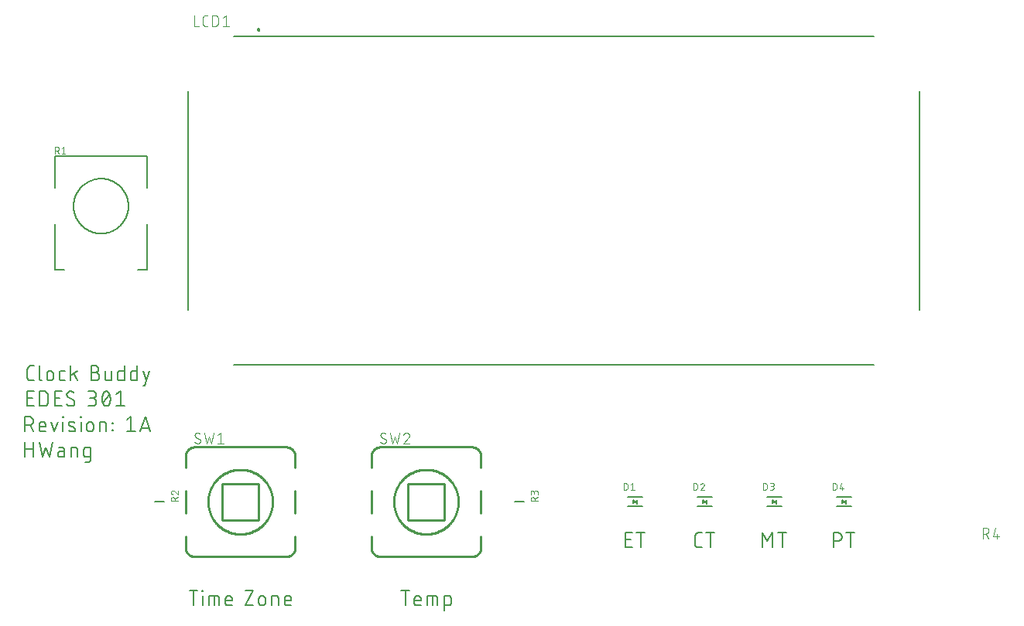
<source format=gbr>
G04 EAGLE Gerber RS-274X export*
G75*
%MOMM*%
%FSLAX34Y34*%
%LPD*%
%INSilkscreen Top*%
%IPPOS*%
%AMOC8*
5,1,8,0,0,1.08239X$1,22.5*%
G01*
%ADD10C,0.152400*%
%ADD11C,0.127000*%
%ADD12C,0.076200*%
%ADD13C,0.254000*%
%ADD14C,0.101600*%
%ADD15C,0.200000*%

G36*
X950505Y187876D02*
X950505Y187876D01*
X950605Y187875D01*
X950619Y187879D01*
X950631Y187879D01*
X950674Y187897D01*
X950784Y187933D01*
X954784Y189933D01*
X954819Y189959D01*
X954860Y189978D01*
X954909Y190026D01*
X954963Y190067D01*
X954988Y190104D01*
X955019Y190136D01*
X955048Y190198D01*
X955085Y190255D01*
X955095Y190299D01*
X955114Y190339D01*
X955119Y190408D01*
X955134Y190474D01*
X955128Y190519D01*
X955131Y190563D01*
X955112Y190629D01*
X955103Y190697D01*
X955082Y190736D01*
X955070Y190779D01*
X955029Y190834D01*
X954997Y190894D01*
X954963Y190924D01*
X954937Y190960D01*
X954866Y191009D01*
X954828Y191043D01*
X954807Y191051D01*
X954784Y191067D01*
X950784Y193067D01*
X950688Y193095D01*
X950594Y193127D01*
X950581Y193127D01*
X950568Y193131D01*
X950469Y193124D01*
X950369Y193121D01*
X950358Y193116D01*
X950345Y193115D01*
X950254Y193074D01*
X950162Y193036D01*
X950152Y193028D01*
X950140Y193022D01*
X950069Y192952D01*
X949996Y192885D01*
X949990Y192874D01*
X949981Y192864D01*
X949939Y192774D01*
X949893Y192685D01*
X949891Y192671D01*
X949886Y192661D01*
X949883Y192614D01*
X949866Y192500D01*
X949866Y188500D01*
X949883Y188402D01*
X949897Y188303D01*
X949903Y188292D01*
X949905Y188279D01*
X949956Y188193D01*
X950003Y188106D01*
X950013Y188097D01*
X950020Y188086D01*
X950097Y188023D01*
X950172Y187957D01*
X950184Y187953D01*
X950194Y187945D01*
X950288Y187913D01*
X950381Y187877D01*
X950394Y187877D01*
X950406Y187873D01*
X950505Y187876D01*
G37*
G36*
X874305Y187876D02*
X874305Y187876D01*
X874405Y187875D01*
X874419Y187879D01*
X874431Y187879D01*
X874474Y187897D01*
X874584Y187933D01*
X878584Y189933D01*
X878619Y189959D01*
X878660Y189978D01*
X878709Y190026D01*
X878763Y190067D01*
X878788Y190104D01*
X878819Y190136D01*
X878848Y190198D01*
X878885Y190255D01*
X878895Y190299D01*
X878914Y190339D01*
X878919Y190408D01*
X878934Y190474D01*
X878928Y190519D01*
X878931Y190563D01*
X878912Y190629D01*
X878903Y190697D01*
X878882Y190736D01*
X878870Y190779D01*
X878829Y190834D01*
X878797Y190894D01*
X878763Y190924D01*
X878737Y190960D01*
X878666Y191009D01*
X878628Y191043D01*
X878607Y191051D01*
X878584Y191067D01*
X874584Y193067D01*
X874488Y193095D01*
X874394Y193127D01*
X874381Y193127D01*
X874368Y193131D01*
X874269Y193124D01*
X874169Y193121D01*
X874158Y193116D01*
X874145Y193115D01*
X874054Y193074D01*
X873962Y193036D01*
X873952Y193028D01*
X873940Y193022D01*
X873869Y192952D01*
X873796Y192885D01*
X873790Y192874D01*
X873781Y192864D01*
X873739Y192774D01*
X873693Y192685D01*
X873691Y192671D01*
X873686Y192661D01*
X873683Y192614D01*
X873666Y192500D01*
X873666Y188500D01*
X873683Y188402D01*
X873697Y188303D01*
X873703Y188292D01*
X873705Y188279D01*
X873756Y188193D01*
X873803Y188106D01*
X873813Y188097D01*
X873820Y188086D01*
X873897Y188023D01*
X873972Y187957D01*
X873984Y187953D01*
X873994Y187945D01*
X874088Y187913D01*
X874181Y187877D01*
X874194Y187877D01*
X874206Y187873D01*
X874305Y187876D01*
G37*
G36*
X798105Y187876D02*
X798105Y187876D01*
X798205Y187875D01*
X798219Y187879D01*
X798231Y187879D01*
X798274Y187897D01*
X798384Y187933D01*
X802384Y189933D01*
X802419Y189959D01*
X802460Y189978D01*
X802509Y190026D01*
X802563Y190067D01*
X802588Y190104D01*
X802619Y190136D01*
X802648Y190198D01*
X802685Y190255D01*
X802695Y190299D01*
X802714Y190339D01*
X802719Y190408D01*
X802734Y190474D01*
X802728Y190519D01*
X802731Y190563D01*
X802712Y190629D01*
X802703Y190697D01*
X802682Y190736D01*
X802670Y190779D01*
X802629Y190834D01*
X802597Y190894D01*
X802563Y190924D01*
X802537Y190960D01*
X802466Y191009D01*
X802428Y191043D01*
X802407Y191051D01*
X802384Y191067D01*
X798384Y193067D01*
X798288Y193095D01*
X798194Y193127D01*
X798181Y193127D01*
X798168Y193131D01*
X798069Y193124D01*
X797969Y193121D01*
X797958Y193116D01*
X797945Y193115D01*
X797854Y193074D01*
X797762Y193036D01*
X797752Y193028D01*
X797740Y193022D01*
X797669Y192952D01*
X797596Y192885D01*
X797590Y192874D01*
X797581Y192864D01*
X797539Y192774D01*
X797493Y192685D01*
X797491Y192671D01*
X797486Y192661D01*
X797483Y192614D01*
X797466Y192500D01*
X797466Y188500D01*
X797483Y188402D01*
X797497Y188303D01*
X797503Y188292D01*
X797505Y188279D01*
X797556Y188193D01*
X797603Y188106D01*
X797613Y188097D01*
X797620Y188086D01*
X797697Y188023D01*
X797772Y187957D01*
X797784Y187953D01*
X797794Y187945D01*
X797888Y187913D01*
X797981Y187877D01*
X797994Y187877D01*
X798006Y187873D01*
X798105Y187876D01*
G37*
G36*
X721905Y187876D02*
X721905Y187876D01*
X722005Y187875D01*
X722019Y187879D01*
X722031Y187879D01*
X722074Y187897D01*
X722184Y187933D01*
X726184Y189933D01*
X726219Y189959D01*
X726260Y189978D01*
X726309Y190026D01*
X726363Y190067D01*
X726388Y190104D01*
X726419Y190136D01*
X726448Y190198D01*
X726485Y190255D01*
X726495Y190299D01*
X726514Y190339D01*
X726519Y190408D01*
X726534Y190474D01*
X726528Y190519D01*
X726531Y190563D01*
X726512Y190629D01*
X726503Y190697D01*
X726482Y190736D01*
X726470Y190779D01*
X726429Y190834D01*
X726397Y190894D01*
X726363Y190924D01*
X726337Y190960D01*
X726266Y191009D01*
X726228Y191043D01*
X726207Y191051D01*
X726184Y191067D01*
X722184Y193067D01*
X722088Y193095D01*
X721994Y193127D01*
X721981Y193127D01*
X721968Y193131D01*
X721869Y193124D01*
X721769Y193121D01*
X721758Y193116D01*
X721745Y193115D01*
X721654Y193074D01*
X721562Y193036D01*
X721552Y193028D01*
X721540Y193022D01*
X721469Y192952D01*
X721396Y192885D01*
X721390Y192874D01*
X721381Y192864D01*
X721339Y192774D01*
X721293Y192685D01*
X721291Y192671D01*
X721286Y192661D01*
X721283Y192614D01*
X721266Y192500D01*
X721266Y188500D01*
X721283Y188402D01*
X721297Y188303D01*
X721303Y188292D01*
X721305Y188279D01*
X721356Y188193D01*
X721403Y188106D01*
X721413Y188097D01*
X721420Y188086D01*
X721497Y188023D01*
X721572Y187957D01*
X721584Y187953D01*
X721594Y187945D01*
X721688Y187913D01*
X721781Y187877D01*
X721794Y187877D01*
X721806Y187873D01*
X721905Y187876D01*
G37*
D10*
X66407Y323342D02*
X62794Y323342D01*
X62676Y323344D01*
X62558Y323350D01*
X62440Y323359D01*
X62323Y323373D01*
X62206Y323390D01*
X62089Y323411D01*
X61974Y323436D01*
X61859Y323465D01*
X61745Y323498D01*
X61633Y323534D01*
X61522Y323574D01*
X61412Y323617D01*
X61303Y323664D01*
X61196Y323714D01*
X61091Y323769D01*
X60988Y323826D01*
X60887Y323887D01*
X60787Y323951D01*
X60690Y324018D01*
X60595Y324088D01*
X60503Y324162D01*
X60412Y324238D01*
X60325Y324318D01*
X60240Y324400D01*
X60158Y324485D01*
X60078Y324572D01*
X60002Y324663D01*
X59928Y324755D01*
X59858Y324850D01*
X59791Y324947D01*
X59727Y325047D01*
X59666Y325148D01*
X59609Y325251D01*
X59554Y325356D01*
X59504Y325463D01*
X59457Y325572D01*
X59414Y325682D01*
X59374Y325793D01*
X59338Y325905D01*
X59305Y326019D01*
X59276Y326134D01*
X59251Y326249D01*
X59230Y326366D01*
X59213Y326483D01*
X59199Y326600D01*
X59190Y326718D01*
X59184Y326836D01*
X59182Y326954D01*
X59182Y335986D01*
X59184Y336104D01*
X59190Y336222D01*
X59199Y336340D01*
X59213Y336457D01*
X59230Y336574D01*
X59251Y336691D01*
X59276Y336806D01*
X59305Y336921D01*
X59338Y337035D01*
X59374Y337147D01*
X59414Y337258D01*
X59457Y337368D01*
X59504Y337477D01*
X59554Y337584D01*
X59608Y337689D01*
X59666Y337792D01*
X59727Y337893D01*
X59791Y337993D01*
X59858Y338090D01*
X59928Y338185D01*
X60002Y338277D01*
X60078Y338368D01*
X60158Y338455D01*
X60240Y338540D01*
X60325Y338622D01*
X60412Y338702D01*
X60503Y338778D01*
X60595Y338852D01*
X60690Y338922D01*
X60787Y338989D01*
X60887Y339053D01*
X60988Y339114D01*
X61091Y339171D01*
X61196Y339225D01*
X61303Y339276D01*
X61412Y339323D01*
X61522Y339366D01*
X61633Y339406D01*
X61745Y339442D01*
X61859Y339475D01*
X61974Y339504D01*
X62089Y339529D01*
X62206Y339550D01*
X62323Y339567D01*
X62440Y339581D01*
X62558Y339590D01*
X62676Y339596D01*
X62794Y339598D01*
X66407Y339598D01*
X72345Y339598D02*
X72345Y326051D01*
X72346Y326051D02*
X72348Y325950D01*
X72354Y325849D01*
X72363Y325748D01*
X72376Y325647D01*
X72393Y325547D01*
X72414Y325448D01*
X72438Y325350D01*
X72466Y325253D01*
X72498Y325156D01*
X72533Y325061D01*
X72572Y324968D01*
X72614Y324876D01*
X72660Y324785D01*
X72709Y324697D01*
X72761Y324610D01*
X72817Y324525D01*
X72875Y324442D01*
X72937Y324362D01*
X73002Y324284D01*
X73069Y324208D01*
X73139Y324135D01*
X73212Y324065D01*
X73288Y323998D01*
X73366Y323933D01*
X73446Y323871D01*
X73529Y323813D01*
X73614Y323757D01*
X73701Y323705D01*
X73789Y323656D01*
X73880Y323610D01*
X73972Y323568D01*
X74065Y323529D01*
X74160Y323494D01*
X74257Y323462D01*
X74354Y323434D01*
X74452Y323410D01*
X74551Y323389D01*
X74651Y323372D01*
X74752Y323359D01*
X74853Y323350D01*
X74954Y323344D01*
X75055Y323342D01*
X80445Y326954D02*
X80445Y330567D01*
X80446Y330567D02*
X80448Y330686D01*
X80454Y330806D01*
X80464Y330925D01*
X80478Y331043D01*
X80495Y331162D01*
X80517Y331279D01*
X80542Y331396D01*
X80572Y331511D01*
X80605Y331626D01*
X80642Y331740D01*
X80682Y331852D01*
X80727Y331963D01*
X80775Y332072D01*
X80826Y332180D01*
X80881Y332286D01*
X80940Y332390D01*
X81002Y332492D01*
X81067Y332592D01*
X81136Y332690D01*
X81208Y332786D01*
X81283Y332879D01*
X81360Y332969D01*
X81441Y333057D01*
X81525Y333142D01*
X81612Y333224D01*
X81701Y333304D01*
X81793Y333380D01*
X81887Y333454D01*
X81984Y333524D01*
X82082Y333591D01*
X82183Y333655D01*
X82287Y333715D01*
X82392Y333772D01*
X82499Y333825D01*
X82607Y333875D01*
X82717Y333921D01*
X82829Y333963D01*
X82942Y334002D01*
X83056Y334037D01*
X83171Y334068D01*
X83288Y334096D01*
X83405Y334119D01*
X83522Y334139D01*
X83641Y334155D01*
X83760Y334167D01*
X83879Y334175D01*
X83998Y334179D01*
X84118Y334179D01*
X84237Y334175D01*
X84356Y334167D01*
X84475Y334155D01*
X84594Y334139D01*
X84711Y334119D01*
X84828Y334096D01*
X84945Y334068D01*
X85060Y334037D01*
X85174Y334002D01*
X85287Y333963D01*
X85399Y333921D01*
X85509Y333875D01*
X85617Y333825D01*
X85724Y333772D01*
X85829Y333715D01*
X85933Y333655D01*
X86034Y333591D01*
X86132Y333524D01*
X86229Y333454D01*
X86323Y333380D01*
X86415Y333304D01*
X86504Y333224D01*
X86591Y333142D01*
X86675Y333057D01*
X86756Y332969D01*
X86833Y332879D01*
X86908Y332786D01*
X86980Y332690D01*
X87049Y332592D01*
X87114Y332492D01*
X87176Y332390D01*
X87235Y332286D01*
X87290Y332180D01*
X87341Y332072D01*
X87389Y331963D01*
X87434Y331852D01*
X87474Y331740D01*
X87511Y331626D01*
X87544Y331511D01*
X87574Y331396D01*
X87599Y331279D01*
X87621Y331162D01*
X87638Y331043D01*
X87652Y330925D01*
X87662Y330806D01*
X87668Y330686D01*
X87670Y330567D01*
X87670Y326954D01*
X87668Y326835D01*
X87662Y326715D01*
X87652Y326596D01*
X87638Y326478D01*
X87621Y326359D01*
X87599Y326242D01*
X87574Y326125D01*
X87544Y326010D01*
X87511Y325895D01*
X87474Y325781D01*
X87434Y325669D01*
X87389Y325558D01*
X87341Y325449D01*
X87290Y325341D01*
X87235Y325235D01*
X87176Y325131D01*
X87114Y325029D01*
X87049Y324929D01*
X86980Y324831D01*
X86908Y324735D01*
X86833Y324642D01*
X86756Y324552D01*
X86675Y324464D01*
X86591Y324379D01*
X86504Y324297D01*
X86415Y324217D01*
X86323Y324141D01*
X86229Y324067D01*
X86132Y323997D01*
X86034Y323930D01*
X85933Y323866D01*
X85829Y323806D01*
X85724Y323749D01*
X85617Y323696D01*
X85509Y323646D01*
X85399Y323600D01*
X85287Y323558D01*
X85174Y323519D01*
X85060Y323484D01*
X84945Y323453D01*
X84828Y323425D01*
X84711Y323402D01*
X84594Y323382D01*
X84475Y323366D01*
X84356Y323354D01*
X84237Y323346D01*
X84118Y323342D01*
X83998Y323342D01*
X83879Y323346D01*
X83760Y323354D01*
X83641Y323366D01*
X83522Y323382D01*
X83405Y323402D01*
X83288Y323425D01*
X83171Y323453D01*
X83056Y323484D01*
X82942Y323519D01*
X82829Y323558D01*
X82717Y323600D01*
X82607Y323646D01*
X82499Y323696D01*
X82392Y323749D01*
X82287Y323806D01*
X82183Y323866D01*
X82082Y323930D01*
X81984Y323997D01*
X81887Y324067D01*
X81793Y324141D01*
X81701Y324217D01*
X81612Y324297D01*
X81525Y324379D01*
X81441Y324464D01*
X81360Y324552D01*
X81283Y324642D01*
X81208Y324735D01*
X81136Y324831D01*
X81067Y324929D01*
X81002Y325029D01*
X80940Y325131D01*
X80881Y325235D01*
X80826Y325341D01*
X80775Y325449D01*
X80727Y325558D01*
X80682Y325669D01*
X80642Y325781D01*
X80605Y325895D01*
X80572Y326010D01*
X80542Y326125D01*
X80517Y326242D01*
X80495Y326359D01*
X80478Y326478D01*
X80464Y326596D01*
X80454Y326715D01*
X80448Y326835D01*
X80446Y326954D01*
X96719Y323342D02*
X100332Y323342D01*
X96719Y323342D02*
X96618Y323344D01*
X96517Y323350D01*
X96416Y323359D01*
X96315Y323372D01*
X96215Y323389D01*
X96116Y323410D01*
X96018Y323434D01*
X95921Y323462D01*
X95824Y323494D01*
X95729Y323529D01*
X95636Y323568D01*
X95544Y323610D01*
X95453Y323656D01*
X95365Y323705D01*
X95278Y323757D01*
X95193Y323813D01*
X95110Y323871D01*
X95030Y323933D01*
X94952Y323998D01*
X94876Y324065D01*
X94803Y324135D01*
X94733Y324208D01*
X94666Y324284D01*
X94601Y324362D01*
X94539Y324442D01*
X94481Y324525D01*
X94425Y324610D01*
X94373Y324697D01*
X94324Y324785D01*
X94278Y324876D01*
X94236Y324968D01*
X94197Y325061D01*
X94162Y325156D01*
X94130Y325253D01*
X94102Y325350D01*
X94078Y325448D01*
X94057Y325547D01*
X94040Y325647D01*
X94027Y325748D01*
X94018Y325849D01*
X94012Y325950D01*
X94010Y326051D01*
X94010Y331470D01*
X94012Y331571D01*
X94018Y331672D01*
X94027Y331773D01*
X94040Y331874D01*
X94057Y331974D01*
X94078Y332073D01*
X94102Y332171D01*
X94130Y332268D01*
X94162Y332365D01*
X94197Y332460D01*
X94236Y332553D01*
X94278Y332645D01*
X94324Y332736D01*
X94373Y332825D01*
X94425Y332911D01*
X94481Y332996D01*
X94539Y333079D01*
X94601Y333159D01*
X94666Y333237D01*
X94733Y333313D01*
X94803Y333386D01*
X94876Y333456D01*
X94952Y333523D01*
X95030Y333588D01*
X95110Y333650D01*
X95193Y333708D01*
X95278Y333764D01*
X95365Y333816D01*
X95453Y333865D01*
X95544Y333911D01*
X95636Y333953D01*
X95729Y333992D01*
X95824Y334027D01*
X95921Y334059D01*
X96018Y334087D01*
X96116Y334111D01*
X96215Y334132D01*
X96315Y334149D01*
X96416Y334162D01*
X96517Y334171D01*
X96618Y334177D01*
X96719Y334179D01*
X100332Y334179D01*
X106666Y339598D02*
X106666Y323342D01*
X106666Y328761D02*
X113891Y334179D01*
X109827Y331018D02*
X113891Y323342D01*
X128731Y332373D02*
X133246Y332373D01*
X133246Y332374D02*
X133379Y332372D01*
X133511Y332366D01*
X133643Y332356D01*
X133775Y332343D01*
X133907Y332325D01*
X134037Y332304D01*
X134168Y332279D01*
X134297Y332250D01*
X134425Y332217D01*
X134553Y332181D01*
X134679Y332141D01*
X134804Y332097D01*
X134928Y332049D01*
X135050Y331998D01*
X135171Y331943D01*
X135290Y331885D01*
X135408Y331823D01*
X135523Y331758D01*
X135637Y331689D01*
X135748Y331618D01*
X135857Y331542D01*
X135964Y331464D01*
X136069Y331383D01*
X136171Y331298D01*
X136271Y331211D01*
X136368Y331121D01*
X136463Y331028D01*
X136554Y330932D01*
X136643Y330834D01*
X136729Y330733D01*
X136812Y330629D01*
X136892Y330523D01*
X136968Y330415D01*
X137042Y330305D01*
X137112Y330192D01*
X137179Y330078D01*
X137242Y329961D01*
X137302Y329843D01*
X137359Y329723D01*
X137412Y329601D01*
X137461Y329478D01*
X137507Y329354D01*
X137549Y329228D01*
X137587Y329101D01*
X137622Y328973D01*
X137653Y328844D01*
X137680Y328715D01*
X137703Y328584D01*
X137723Y328453D01*
X137738Y328321D01*
X137750Y328189D01*
X137758Y328057D01*
X137762Y327924D01*
X137762Y327792D01*
X137758Y327659D01*
X137750Y327527D01*
X137738Y327395D01*
X137723Y327263D01*
X137703Y327132D01*
X137680Y327001D01*
X137653Y326872D01*
X137622Y326743D01*
X137587Y326615D01*
X137549Y326488D01*
X137507Y326362D01*
X137461Y326238D01*
X137412Y326115D01*
X137359Y325993D01*
X137302Y325873D01*
X137242Y325755D01*
X137179Y325638D01*
X137112Y325524D01*
X137042Y325411D01*
X136968Y325301D01*
X136892Y325193D01*
X136812Y325087D01*
X136729Y324983D01*
X136643Y324882D01*
X136554Y324784D01*
X136463Y324688D01*
X136368Y324595D01*
X136271Y324505D01*
X136171Y324418D01*
X136069Y324333D01*
X135964Y324252D01*
X135857Y324174D01*
X135748Y324098D01*
X135637Y324027D01*
X135523Y323958D01*
X135408Y323893D01*
X135290Y323831D01*
X135171Y323773D01*
X135050Y323718D01*
X134928Y323667D01*
X134804Y323619D01*
X134679Y323575D01*
X134553Y323535D01*
X134425Y323499D01*
X134297Y323466D01*
X134168Y323437D01*
X134037Y323412D01*
X133907Y323391D01*
X133775Y323373D01*
X133643Y323360D01*
X133511Y323350D01*
X133379Y323344D01*
X133246Y323342D01*
X128731Y323342D01*
X128731Y339598D01*
X133246Y339598D01*
X133365Y339596D01*
X133485Y339590D01*
X133604Y339580D01*
X133722Y339566D01*
X133841Y339549D01*
X133958Y339527D01*
X134075Y339502D01*
X134190Y339472D01*
X134305Y339439D01*
X134419Y339402D01*
X134531Y339362D01*
X134642Y339317D01*
X134751Y339269D01*
X134859Y339218D01*
X134965Y339163D01*
X135069Y339104D01*
X135171Y339042D01*
X135271Y338977D01*
X135369Y338908D01*
X135465Y338836D01*
X135558Y338761D01*
X135648Y338684D01*
X135736Y338603D01*
X135821Y338519D01*
X135903Y338432D01*
X135983Y338343D01*
X136059Y338251D01*
X136133Y338157D01*
X136203Y338060D01*
X136270Y337962D01*
X136334Y337861D01*
X136394Y337757D01*
X136451Y337652D01*
X136504Y337545D01*
X136554Y337437D01*
X136600Y337327D01*
X136642Y337215D01*
X136681Y337102D01*
X136716Y336988D01*
X136747Y336873D01*
X136775Y336756D01*
X136798Y336639D01*
X136818Y336522D01*
X136834Y336403D01*
X136846Y336284D01*
X136854Y336165D01*
X136858Y336046D01*
X136858Y335926D01*
X136854Y335807D01*
X136846Y335688D01*
X136834Y335569D01*
X136818Y335450D01*
X136798Y335333D01*
X136775Y335216D01*
X136747Y335099D01*
X136716Y334984D01*
X136681Y334870D01*
X136642Y334757D01*
X136600Y334645D01*
X136554Y334535D01*
X136504Y334427D01*
X136451Y334320D01*
X136394Y334215D01*
X136334Y334111D01*
X136270Y334010D01*
X136203Y333912D01*
X136133Y333815D01*
X136059Y333721D01*
X135983Y333629D01*
X135903Y333540D01*
X135821Y333453D01*
X135736Y333369D01*
X135648Y333288D01*
X135558Y333211D01*
X135465Y333136D01*
X135369Y333064D01*
X135271Y332995D01*
X135171Y332930D01*
X135069Y332868D01*
X134965Y332809D01*
X134859Y332754D01*
X134751Y332703D01*
X134642Y332655D01*
X134531Y332610D01*
X134419Y332570D01*
X134305Y332533D01*
X134190Y332500D01*
X134075Y332470D01*
X133958Y332445D01*
X133841Y332423D01*
X133722Y332406D01*
X133604Y332392D01*
X133485Y332382D01*
X133365Y332376D01*
X133246Y332374D01*
X144012Y334179D02*
X144012Y326051D01*
X144013Y326051D02*
X144015Y325950D01*
X144021Y325849D01*
X144030Y325748D01*
X144043Y325647D01*
X144060Y325547D01*
X144081Y325448D01*
X144105Y325350D01*
X144133Y325253D01*
X144165Y325156D01*
X144200Y325061D01*
X144239Y324968D01*
X144281Y324876D01*
X144327Y324785D01*
X144376Y324697D01*
X144428Y324610D01*
X144484Y324525D01*
X144542Y324442D01*
X144604Y324362D01*
X144669Y324284D01*
X144736Y324208D01*
X144806Y324135D01*
X144879Y324065D01*
X144955Y323998D01*
X145033Y323933D01*
X145113Y323871D01*
X145196Y323813D01*
X145281Y323757D01*
X145368Y323705D01*
X145456Y323656D01*
X145547Y323610D01*
X145639Y323568D01*
X145732Y323529D01*
X145827Y323494D01*
X145924Y323462D01*
X146021Y323434D01*
X146119Y323410D01*
X146218Y323389D01*
X146318Y323372D01*
X146419Y323359D01*
X146520Y323350D01*
X146621Y323344D01*
X146722Y323342D01*
X151237Y323342D01*
X151237Y334179D01*
X165232Y339598D02*
X165232Y323342D01*
X160716Y323342D01*
X160615Y323344D01*
X160514Y323350D01*
X160413Y323359D01*
X160312Y323372D01*
X160212Y323389D01*
X160113Y323410D01*
X160015Y323434D01*
X159918Y323462D01*
X159821Y323494D01*
X159726Y323529D01*
X159633Y323568D01*
X159541Y323610D01*
X159450Y323656D01*
X159362Y323705D01*
X159275Y323757D01*
X159190Y323813D01*
X159107Y323871D01*
X159027Y323933D01*
X158949Y323998D01*
X158873Y324065D01*
X158800Y324135D01*
X158730Y324208D01*
X158663Y324284D01*
X158598Y324362D01*
X158536Y324442D01*
X158478Y324525D01*
X158422Y324610D01*
X158370Y324697D01*
X158321Y324785D01*
X158275Y324876D01*
X158233Y324968D01*
X158194Y325061D01*
X158159Y325156D01*
X158127Y325253D01*
X158099Y325350D01*
X158075Y325448D01*
X158054Y325547D01*
X158037Y325647D01*
X158024Y325748D01*
X158015Y325849D01*
X158009Y325950D01*
X158007Y326051D01*
X158007Y331470D01*
X158009Y331571D01*
X158015Y331672D01*
X158024Y331773D01*
X158037Y331874D01*
X158054Y331974D01*
X158075Y332073D01*
X158099Y332171D01*
X158127Y332268D01*
X158159Y332365D01*
X158194Y332460D01*
X158233Y332553D01*
X158275Y332645D01*
X158321Y332736D01*
X158370Y332825D01*
X158422Y332911D01*
X158478Y332996D01*
X158536Y333079D01*
X158598Y333159D01*
X158663Y333237D01*
X158730Y333313D01*
X158800Y333386D01*
X158873Y333456D01*
X158949Y333523D01*
X159027Y333588D01*
X159107Y333650D01*
X159190Y333708D01*
X159275Y333764D01*
X159362Y333816D01*
X159450Y333865D01*
X159541Y333911D01*
X159633Y333953D01*
X159726Y333992D01*
X159821Y334027D01*
X159918Y334059D01*
X160015Y334087D01*
X160113Y334111D01*
X160212Y334132D01*
X160312Y334149D01*
X160413Y334162D01*
X160514Y334171D01*
X160615Y334177D01*
X160716Y334179D01*
X165232Y334179D01*
X179300Y339598D02*
X179300Y323342D01*
X174784Y323342D01*
X174683Y323344D01*
X174582Y323350D01*
X174481Y323359D01*
X174380Y323372D01*
X174280Y323389D01*
X174181Y323410D01*
X174083Y323434D01*
X173986Y323462D01*
X173889Y323494D01*
X173794Y323529D01*
X173701Y323568D01*
X173609Y323610D01*
X173518Y323656D01*
X173430Y323705D01*
X173343Y323757D01*
X173258Y323813D01*
X173175Y323871D01*
X173095Y323933D01*
X173017Y323998D01*
X172941Y324065D01*
X172868Y324135D01*
X172798Y324208D01*
X172731Y324284D01*
X172666Y324362D01*
X172604Y324442D01*
X172546Y324525D01*
X172490Y324610D01*
X172438Y324697D01*
X172389Y324785D01*
X172343Y324876D01*
X172301Y324968D01*
X172262Y325061D01*
X172227Y325156D01*
X172195Y325253D01*
X172167Y325350D01*
X172143Y325448D01*
X172122Y325547D01*
X172105Y325647D01*
X172092Y325748D01*
X172083Y325849D01*
X172077Y325950D01*
X172075Y326051D01*
X172075Y331470D01*
X172077Y331571D01*
X172083Y331672D01*
X172092Y331773D01*
X172105Y331874D01*
X172122Y331974D01*
X172143Y332073D01*
X172167Y332171D01*
X172195Y332268D01*
X172227Y332365D01*
X172262Y332460D01*
X172301Y332553D01*
X172343Y332645D01*
X172389Y332736D01*
X172438Y332825D01*
X172490Y332911D01*
X172546Y332996D01*
X172604Y333079D01*
X172666Y333159D01*
X172731Y333237D01*
X172798Y333313D01*
X172868Y333386D01*
X172941Y333456D01*
X173017Y333523D01*
X173095Y333588D01*
X173175Y333650D01*
X173258Y333708D01*
X173343Y333764D01*
X173430Y333816D01*
X173518Y333865D01*
X173609Y333911D01*
X173701Y333953D01*
X173794Y333992D01*
X173889Y334027D01*
X173986Y334059D01*
X174083Y334087D01*
X174181Y334111D01*
X174280Y334132D01*
X174380Y334149D01*
X174481Y334162D01*
X174582Y334171D01*
X174683Y334177D01*
X174784Y334179D01*
X179300Y334179D01*
X185695Y317923D02*
X187502Y317923D01*
X192920Y334179D01*
X185695Y334179D02*
X189308Y323342D01*
X66407Y295402D02*
X59182Y295402D01*
X59182Y311658D01*
X66407Y311658D01*
X64601Y304433D02*
X59182Y304433D01*
X72699Y311658D02*
X72699Y295402D01*
X72699Y311658D02*
X77215Y311658D01*
X77346Y311656D01*
X77478Y311650D01*
X77609Y311641D01*
X77739Y311627D01*
X77870Y311610D01*
X77999Y311589D01*
X78128Y311565D01*
X78256Y311536D01*
X78384Y311504D01*
X78510Y311468D01*
X78635Y311429D01*
X78760Y311386D01*
X78882Y311339D01*
X79004Y311289D01*
X79124Y311235D01*
X79242Y311178D01*
X79358Y311117D01*
X79473Y311053D01*
X79586Y310986D01*
X79697Y310915D01*
X79805Y310841D01*
X79912Y310764D01*
X80016Y310684D01*
X80118Y310601D01*
X80217Y310516D01*
X80314Y310427D01*
X80408Y310335D01*
X80500Y310241D01*
X80589Y310144D01*
X80674Y310045D01*
X80757Y309943D01*
X80837Y309839D01*
X80914Y309732D01*
X80988Y309624D01*
X81059Y309513D01*
X81126Y309400D01*
X81190Y309285D01*
X81251Y309169D01*
X81308Y309051D01*
X81362Y308931D01*
X81412Y308809D01*
X81459Y308687D01*
X81502Y308562D01*
X81541Y308437D01*
X81577Y308311D01*
X81609Y308183D01*
X81638Y308055D01*
X81662Y307926D01*
X81683Y307797D01*
X81700Y307666D01*
X81714Y307536D01*
X81723Y307405D01*
X81729Y307273D01*
X81731Y307142D01*
X81730Y307142D02*
X81730Y299918D01*
X81731Y299918D02*
X81729Y299787D01*
X81723Y299655D01*
X81714Y299524D01*
X81700Y299394D01*
X81683Y299263D01*
X81662Y299134D01*
X81638Y299005D01*
X81609Y298877D01*
X81577Y298749D01*
X81541Y298623D01*
X81502Y298498D01*
X81459Y298373D01*
X81412Y298251D01*
X81362Y298129D01*
X81308Y298009D01*
X81251Y297891D01*
X81190Y297775D01*
X81126Y297660D01*
X81059Y297547D01*
X80988Y297436D01*
X80914Y297328D01*
X80837Y297221D01*
X80757Y297117D01*
X80674Y297015D01*
X80589Y296916D01*
X80500Y296819D01*
X80408Y296725D01*
X80314Y296633D01*
X80217Y296544D01*
X80118Y296459D01*
X80016Y296376D01*
X79912Y296296D01*
X79805Y296219D01*
X79697Y296145D01*
X79586Y296074D01*
X79473Y296007D01*
X79358Y295943D01*
X79242Y295882D01*
X79124Y295825D01*
X79004Y295771D01*
X78882Y295721D01*
X78760Y295674D01*
X78635Y295631D01*
X78510Y295592D01*
X78384Y295556D01*
X78256Y295524D01*
X78128Y295495D01*
X77999Y295471D01*
X77869Y295450D01*
X77739Y295433D01*
X77609Y295419D01*
X77478Y295410D01*
X77346Y295404D01*
X77215Y295402D01*
X72699Y295402D01*
X89402Y295402D02*
X96627Y295402D01*
X89402Y295402D02*
X89402Y311658D01*
X96627Y311658D01*
X94821Y304433D02*
X89402Y304433D01*
X107296Y295402D02*
X107414Y295404D01*
X107532Y295410D01*
X107650Y295419D01*
X107767Y295433D01*
X107884Y295450D01*
X108001Y295471D01*
X108116Y295496D01*
X108231Y295525D01*
X108345Y295558D01*
X108457Y295594D01*
X108568Y295634D01*
X108678Y295677D01*
X108787Y295724D01*
X108894Y295774D01*
X108999Y295829D01*
X109102Y295886D01*
X109203Y295947D01*
X109303Y296011D01*
X109400Y296078D01*
X109495Y296148D01*
X109587Y296222D01*
X109678Y296298D01*
X109765Y296378D01*
X109850Y296460D01*
X109932Y296545D01*
X110012Y296632D01*
X110088Y296723D01*
X110162Y296815D01*
X110232Y296910D01*
X110299Y297007D01*
X110363Y297107D01*
X110424Y297208D01*
X110481Y297311D01*
X110536Y297416D01*
X110586Y297523D01*
X110633Y297632D01*
X110676Y297742D01*
X110716Y297853D01*
X110752Y297965D01*
X110785Y298079D01*
X110814Y298194D01*
X110839Y298309D01*
X110860Y298426D01*
X110877Y298543D01*
X110891Y298660D01*
X110900Y298778D01*
X110906Y298896D01*
X110908Y299014D01*
X107296Y295402D02*
X107113Y295404D01*
X106931Y295411D01*
X106749Y295422D01*
X106567Y295437D01*
X106385Y295457D01*
X106204Y295480D01*
X106024Y295509D01*
X105844Y295541D01*
X105665Y295578D01*
X105488Y295619D01*
X105311Y295665D01*
X105135Y295714D01*
X104961Y295768D01*
X104787Y295826D01*
X104616Y295888D01*
X104446Y295954D01*
X104277Y296025D01*
X104110Y296099D01*
X103945Y296177D01*
X103782Y296259D01*
X103621Y296345D01*
X103462Y296435D01*
X103305Y296529D01*
X103151Y296626D01*
X102999Y296727D01*
X102849Y296832D01*
X102702Y296940D01*
X102558Y297051D01*
X102416Y297166D01*
X102277Y297285D01*
X102141Y297407D01*
X102008Y297532D01*
X101878Y297660D01*
X102330Y308046D02*
X102332Y308164D01*
X102338Y308282D01*
X102347Y308400D01*
X102361Y308517D01*
X102378Y308634D01*
X102399Y308751D01*
X102424Y308866D01*
X102453Y308981D01*
X102486Y309095D01*
X102522Y309207D01*
X102562Y309318D01*
X102605Y309428D01*
X102652Y309537D01*
X102702Y309644D01*
X102757Y309749D01*
X102814Y309852D01*
X102875Y309953D01*
X102939Y310053D01*
X103006Y310150D01*
X103076Y310245D01*
X103150Y310337D01*
X103226Y310428D01*
X103306Y310515D01*
X103388Y310600D01*
X103473Y310682D01*
X103560Y310762D01*
X103651Y310838D01*
X103743Y310912D01*
X103838Y310982D01*
X103935Y311049D01*
X104035Y311113D01*
X104136Y311174D01*
X104239Y311232D01*
X104344Y311286D01*
X104451Y311336D01*
X104560Y311383D01*
X104670Y311427D01*
X104781Y311466D01*
X104894Y311502D01*
X105007Y311535D01*
X105122Y311564D01*
X105237Y311589D01*
X105354Y311610D01*
X105471Y311627D01*
X105588Y311641D01*
X105706Y311650D01*
X105824Y311656D01*
X105942Y311658D01*
X106103Y311656D01*
X106265Y311650D01*
X106426Y311641D01*
X106587Y311627D01*
X106747Y311610D01*
X106907Y311589D01*
X107067Y311564D01*
X107226Y311535D01*
X107384Y311503D01*
X107541Y311467D01*
X107697Y311427D01*
X107853Y311383D01*
X108007Y311335D01*
X108160Y311284D01*
X108312Y311230D01*
X108463Y311171D01*
X108612Y311110D01*
X108759Y311044D01*
X108905Y310975D01*
X109050Y310903D01*
X109192Y310827D01*
X109333Y310748D01*
X109472Y310666D01*
X109608Y310580D01*
X109743Y310491D01*
X109876Y310399D01*
X110006Y310303D01*
X104135Y304885D02*
X104034Y304947D01*
X103934Y305012D01*
X103837Y305081D01*
X103742Y305153D01*
X103649Y305227D01*
X103559Y305305D01*
X103471Y305386D01*
X103386Y305469D01*
X103304Y305555D01*
X103225Y305644D01*
X103148Y305735D01*
X103075Y305829D01*
X103004Y305925D01*
X102937Y306023D01*
X102873Y306123D01*
X102812Y306226D01*
X102755Y306330D01*
X102701Y306436D01*
X102651Y306544D01*
X102604Y306653D01*
X102560Y306764D01*
X102520Y306876D01*
X102484Y306990D01*
X102452Y307104D01*
X102423Y307220D01*
X102398Y307336D01*
X102377Y307453D01*
X102360Y307571D01*
X102346Y307689D01*
X102337Y307808D01*
X102331Y307927D01*
X102329Y308046D01*
X109103Y302175D02*
X109204Y302113D01*
X109304Y302048D01*
X109401Y301979D01*
X109496Y301907D01*
X109589Y301833D01*
X109679Y301755D01*
X109767Y301674D01*
X109852Y301591D01*
X109934Y301505D01*
X110013Y301416D01*
X110090Y301325D01*
X110163Y301231D01*
X110234Y301135D01*
X110301Y301037D01*
X110365Y300937D01*
X110426Y300834D01*
X110483Y300730D01*
X110537Y300624D01*
X110587Y300516D01*
X110634Y300407D01*
X110678Y300296D01*
X110718Y300184D01*
X110754Y300070D01*
X110786Y299956D01*
X110815Y299840D01*
X110840Y299724D01*
X110861Y299607D01*
X110878Y299489D01*
X110892Y299371D01*
X110901Y299252D01*
X110907Y299133D01*
X110909Y299014D01*
X109102Y302175D02*
X104135Y304885D01*
X125324Y295402D02*
X129840Y295402D01*
X129973Y295404D01*
X130105Y295410D01*
X130237Y295420D01*
X130369Y295433D01*
X130501Y295451D01*
X130631Y295472D01*
X130762Y295497D01*
X130891Y295526D01*
X131019Y295559D01*
X131147Y295595D01*
X131273Y295635D01*
X131398Y295679D01*
X131522Y295727D01*
X131644Y295778D01*
X131765Y295833D01*
X131884Y295891D01*
X132002Y295953D01*
X132117Y296018D01*
X132231Y296087D01*
X132342Y296158D01*
X132451Y296234D01*
X132558Y296312D01*
X132663Y296393D01*
X132765Y296478D01*
X132865Y296565D01*
X132962Y296655D01*
X133057Y296748D01*
X133148Y296844D01*
X133237Y296942D01*
X133323Y297043D01*
X133406Y297147D01*
X133486Y297253D01*
X133562Y297361D01*
X133636Y297471D01*
X133706Y297584D01*
X133773Y297698D01*
X133836Y297815D01*
X133896Y297933D01*
X133953Y298053D01*
X134006Y298175D01*
X134055Y298298D01*
X134101Y298422D01*
X134143Y298548D01*
X134181Y298675D01*
X134216Y298803D01*
X134247Y298932D01*
X134274Y299061D01*
X134297Y299192D01*
X134317Y299323D01*
X134332Y299455D01*
X134344Y299587D01*
X134352Y299719D01*
X134356Y299852D01*
X134356Y299984D01*
X134352Y300117D01*
X134344Y300249D01*
X134332Y300381D01*
X134317Y300513D01*
X134297Y300644D01*
X134274Y300775D01*
X134247Y300904D01*
X134216Y301033D01*
X134181Y301161D01*
X134143Y301288D01*
X134101Y301414D01*
X134055Y301538D01*
X134006Y301661D01*
X133953Y301783D01*
X133896Y301903D01*
X133836Y302021D01*
X133773Y302138D01*
X133706Y302252D01*
X133636Y302365D01*
X133562Y302475D01*
X133486Y302583D01*
X133406Y302689D01*
X133323Y302793D01*
X133237Y302894D01*
X133148Y302992D01*
X133057Y303088D01*
X132962Y303181D01*
X132865Y303271D01*
X132765Y303358D01*
X132663Y303443D01*
X132558Y303524D01*
X132451Y303602D01*
X132342Y303678D01*
X132231Y303749D01*
X132117Y303818D01*
X132002Y303883D01*
X131884Y303945D01*
X131765Y304003D01*
X131644Y304058D01*
X131522Y304109D01*
X131398Y304157D01*
X131273Y304201D01*
X131147Y304241D01*
X131019Y304277D01*
X130891Y304310D01*
X130762Y304339D01*
X130631Y304364D01*
X130501Y304385D01*
X130369Y304403D01*
X130237Y304416D01*
X130105Y304426D01*
X129973Y304432D01*
X129840Y304434D01*
X130743Y311658D02*
X125324Y311658D01*
X130743Y311658D02*
X130862Y311656D01*
X130982Y311650D01*
X131101Y311640D01*
X131219Y311626D01*
X131338Y311609D01*
X131455Y311587D01*
X131572Y311562D01*
X131687Y311532D01*
X131802Y311499D01*
X131916Y311462D01*
X132028Y311422D01*
X132139Y311377D01*
X132248Y311329D01*
X132356Y311278D01*
X132462Y311223D01*
X132566Y311164D01*
X132668Y311102D01*
X132768Y311037D01*
X132866Y310968D01*
X132962Y310896D01*
X133055Y310821D01*
X133145Y310744D01*
X133233Y310663D01*
X133318Y310579D01*
X133400Y310492D01*
X133480Y310403D01*
X133556Y310311D01*
X133630Y310217D01*
X133700Y310120D01*
X133767Y310022D01*
X133831Y309921D01*
X133891Y309817D01*
X133948Y309712D01*
X134001Y309605D01*
X134051Y309497D01*
X134097Y309387D01*
X134139Y309275D01*
X134178Y309162D01*
X134213Y309048D01*
X134244Y308933D01*
X134272Y308816D01*
X134295Y308699D01*
X134315Y308582D01*
X134331Y308463D01*
X134343Y308344D01*
X134351Y308225D01*
X134355Y308106D01*
X134355Y307986D01*
X134351Y307867D01*
X134343Y307748D01*
X134331Y307629D01*
X134315Y307510D01*
X134295Y307393D01*
X134272Y307276D01*
X134244Y307159D01*
X134213Y307044D01*
X134178Y306930D01*
X134139Y306817D01*
X134097Y306705D01*
X134051Y306595D01*
X134001Y306487D01*
X133948Y306380D01*
X133891Y306275D01*
X133831Y306171D01*
X133767Y306070D01*
X133700Y305972D01*
X133630Y305875D01*
X133556Y305781D01*
X133480Y305689D01*
X133400Y305600D01*
X133318Y305513D01*
X133233Y305429D01*
X133145Y305348D01*
X133055Y305271D01*
X132962Y305196D01*
X132866Y305124D01*
X132768Y305055D01*
X132668Y304990D01*
X132566Y304928D01*
X132462Y304869D01*
X132356Y304814D01*
X132248Y304763D01*
X132139Y304715D01*
X132028Y304670D01*
X131916Y304630D01*
X131802Y304593D01*
X131687Y304560D01*
X131572Y304530D01*
X131455Y304505D01*
X131338Y304483D01*
X131219Y304466D01*
X131101Y304452D01*
X130982Y304442D01*
X130862Y304436D01*
X130743Y304434D01*
X130743Y304433D02*
X127131Y304433D01*
X140956Y303530D02*
X140960Y303850D01*
X140971Y304169D01*
X140990Y304489D01*
X141017Y304807D01*
X141051Y305125D01*
X141093Y305442D01*
X141143Y305758D01*
X141200Y306073D01*
X141264Y306386D01*
X141336Y306698D01*
X141415Y307008D01*
X141502Y307315D01*
X141596Y307621D01*
X141697Y307924D01*
X141806Y308225D01*
X141921Y308523D01*
X142044Y308819D01*
X142174Y309111D01*
X142311Y309400D01*
X142310Y309401D02*
X142349Y309509D01*
X142392Y309616D01*
X142438Y309721D01*
X142489Y309825D01*
X142542Y309927D01*
X142599Y310027D01*
X142660Y310125D01*
X142724Y310220D01*
X142791Y310314D01*
X142862Y310405D01*
X142935Y310494D01*
X143012Y310580D01*
X143091Y310663D01*
X143173Y310744D01*
X143258Y310822D01*
X143346Y310896D01*
X143436Y310968D01*
X143528Y311036D01*
X143623Y311102D01*
X143720Y311164D01*
X143819Y311222D01*
X143921Y311278D01*
X144023Y311329D01*
X144128Y311377D01*
X144234Y311422D01*
X144342Y311463D01*
X144451Y311500D01*
X144561Y311533D01*
X144673Y311562D01*
X144785Y311588D01*
X144898Y311610D01*
X145012Y311627D01*
X145126Y311641D01*
X145241Y311651D01*
X145356Y311657D01*
X145471Y311659D01*
X145471Y311658D02*
X145586Y311656D01*
X145701Y311650D01*
X145816Y311640D01*
X145930Y311626D01*
X146044Y311609D01*
X146157Y311587D01*
X146269Y311561D01*
X146381Y311532D01*
X146491Y311499D01*
X146600Y311462D01*
X146708Y311421D01*
X146814Y311376D01*
X146919Y311328D01*
X147021Y311277D01*
X147122Y311221D01*
X147222Y311163D01*
X147319Y311101D01*
X147413Y311036D01*
X147506Y310967D01*
X147596Y310895D01*
X147684Y310821D01*
X147769Y310743D01*
X147851Y310662D01*
X147930Y310579D01*
X148007Y310493D01*
X148080Y310404D01*
X148151Y310313D01*
X148218Y310219D01*
X148282Y310124D01*
X148343Y310026D01*
X148400Y309926D01*
X148453Y309824D01*
X148504Y309720D01*
X148550Y309615D01*
X148593Y309508D01*
X148632Y309400D01*
X148769Y309111D01*
X148899Y308819D01*
X149022Y308523D01*
X149137Y308225D01*
X149246Y307924D01*
X149347Y307621D01*
X149441Y307315D01*
X149528Y307008D01*
X149607Y306698D01*
X149679Y306386D01*
X149743Y306073D01*
X149800Y305758D01*
X149850Y305442D01*
X149892Y305125D01*
X149926Y304807D01*
X149953Y304489D01*
X149972Y304169D01*
X149983Y303850D01*
X149987Y303530D01*
X140956Y303530D02*
X140960Y303210D01*
X140971Y302891D01*
X140990Y302571D01*
X141017Y302253D01*
X141051Y301935D01*
X141093Y301618D01*
X141143Y301302D01*
X141200Y300987D01*
X141264Y300674D01*
X141336Y300362D01*
X141415Y300052D01*
X141502Y299745D01*
X141596Y299439D01*
X141697Y299136D01*
X141806Y298835D01*
X141921Y298537D01*
X142044Y298241D01*
X142174Y297949D01*
X142311Y297660D01*
X142310Y297660D02*
X142349Y297552D01*
X142392Y297445D01*
X142438Y297340D01*
X142489Y297236D01*
X142542Y297134D01*
X142599Y297034D01*
X142660Y296936D01*
X142724Y296841D01*
X142791Y296747D01*
X142862Y296656D01*
X142935Y296567D01*
X143012Y296481D01*
X143091Y296398D01*
X143173Y296317D01*
X143258Y296239D01*
X143346Y296165D01*
X143436Y296093D01*
X143529Y296024D01*
X143623Y295959D01*
X143720Y295897D01*
X143820Y295839D01*
X143921Y295783D01*
X144023Y295732D01*
X144128Y295684D01*
X144234Y295639D01*
X144342Y295598D01*
X144451Y295561D01*
X144561Y295528D01*
X144673Y295499D01*
X144785Y295473D01*
X144898Y295451D01*
X145012Y295434D01*
X145126Y295420D01*
X145241Y295410D01*
X145356Y295404D01*
X145471Y295402D01*
X148631Y297660D02*
X148768Y297949D01*
X148898Y298241D01*
X149021Y298537D01*
X149136Y298835D01*
X149245Y299136D01*
X149346Y299439D01*
X149440Y299745D01*
X149527Y300052D01*
X149606Y300362D01*
X149678Y300674D01*
X149742Y300987D01*
X149799Y301302D01*
X149849Y301618D01*
X149891Y301935D01*
X149925Y302253D01*
X149952Y302571D01*
X149971Y302891D01*
X149982Y303210D01*
X149986Y303530D01*
X148632Y297660D02*
X148593Y297552D01*
X148550Y297445D01*
X148504Y297340D01*
X148453Y297236D01*
X148400Y297134D01*
X148343Y297034D01*
X148282Y296936D01*
X148218Y296841D01*
X148151Y296747D01*
X148080Y296656D01*
X148007Y296567D01*
X147930Y296481D01*
X147851Y296398D01*
X147769Y296317D01*
X147684Y296239D01*
X147596Y296165D01*
X147506Y296093D01*
X147413Y296024D01*
X147319Y295959D01*
X147222Y295897D01*
X147122Y295839D01*
X147021Y295783D01*
X146918Y295732D01*
X146814Y295684D01*
X146708Y295639D01*
X146600Y295598D01*
X146491Y295561D01*
X146381Y295528D01*
X146269Y295499D01*
X146157Y295473D01*
X146044Y295451D01*
X145930Y295434D01*
X145816Y295420D01*
X145701Y295410D01*
X145586Y295404D01*
X145471Y295402D01*
X141859Y299014D02*
X149084Y308046D01*
X156587Y308046D02*
X161102Y311658D01*
X161102Y295402D01*
X156587Y295402D02*
X165618Y295402D01*
X56642Y283718D02*
X56642Y267462D01*
X56642Y283718D02*
X61158Y283718D01*
X61291Y283716D01*
X61423Y283710D01*
X61555Y283700D01*
X61687Y283687D01*
X61819Y283669D01*
X61949Y283648D01*
X62080Y283623D01*
X62209Y283594D01*
X62337Y283561D01*
X62465Y283525D01*
X62591Y283485D01*
X62716Y283441D01*
X62840Y283393D01*
X62962Y283342D01*
X63083Y283287D01*
X63202Y283229D01*
X63320Y283167D01*
X63435Y283102D01*
X63549Y283033D01*
X63660Y282962D01*
X63769Y282886D01*
X63876Y282808D01*
X63981Y282727D01*
X64083Y282642D01*
X64183Y282555D01*
X64280Y282465D01*
X64375Y282372D01*
X64466Y282276D01*
X64555Y282178D01*
X64641Y282077D01*
X64724Y281973D01*
X64804Y281867D01*
X64880Y281759D01*
X64954Y281649D01*
X65024Y281536D01*
X65091Y281422D01*
X65154Y281305D01*
X65214Y281187D01*
X65271Y281067D01*
X65324Y280945D01*
X65373Y280822D01*
X65419Y280698D01*
X65461Y280572D01*
X65499Y280445D01*
X65534Y280317D01*
X65565Y280188D01*
X65592Y280059D01*
X65615Y279928D01*
X65635Y279797D01*
X65650Y279665D01*
X65662Y279533D01*
X65670Y279401D01*
X65674Y279268D01*
X65674Y279136D01*
X65670Y279003D01*
X65662Y278871D01*
X65650Y278739D01*
X65635Y278607D01*
X65615Y278476D01*
X65592Y278345D01*
X65565Y278216D01*
X65534Y278087D01*
X65499Y277959D01*
X65461Y277832D01*
X65419Y277706D01*
X65373Y277582D01*
X65324Y277459D01*
X65271Y277337D01*
X65214Y277217D01*
X65154Y277099D01*
X65091Y276982D01*
X65024Y276868D01*
X64954Y276755D01*
X64880Y276645D01*
X64804Y276537D01*
X64724Y276431D01*
X64641Y276327D01*
X64555Y276226D01*
X64466Y276128D01*
X64375Y276032D01*
X64280Y275939D01*
X64183Y275849D01*
X64083Y275762D01*
X63981Y275677D01*
X63876Y275596D01*
X63769Y275518D01*
X63660Y275442D01*
X63549Y275371D01*
X63435Y275302D01*
X63320Y275237D01*
X63202Y275175D01*
X63083Y275117D01*
X62962Y275062D01*
X62840Y275011D01*
X62716Y274963D01*
X62591Y274919D01*
X62465Y274879D01*
X62337Y274843D01*
X62209Y274810D01*
X62080Y274781D01*
X61949Y274756D01*
X61819Y274735D01*
X61687Y274717D01*
X61555Y274704D01*
X61423Y274694D01*
X61291Y274688D01*
X61158Y274686D01*
X61158Y274687D02*
X56642Y274687D01*
X62061Y274687D02*
X65673Y267462D01*
X74752Y267462D02*
X79268Y267462D01*
X74752Y267462D02*
X74651Y267464D01*
X74550Y267470D01*
X74449Y267479D01*
X74348Y267492D01*
X74248Y267509D01*
X74149Y267530D01*
X74051Y267554D01*
X73954Y267582D01*
X73857Y267614D01*
X73762Y267649D01*
X73669Y267688D01*
X73577Y267730D01*
X73486Y267776D01*
X73398Y267825D01*
X73311Y267877D01*
X73226Y267933D01*
X73143Y267991D01*
X73063Y268053D01*
X72985Y268118D01*
X72909Y268185D01*
X72836Y268255D01*
X72766Y268328D01*
X72699Y268404D01*
X72634Y268482D01*
X72572Y268562D01*
X72514Y268645D01*
X72458Y268730D01*
X72406Y268817D01*
X72357Y268905D01*
X72311Y268996D01*
X72269Y269088D01*
X72230Y269181D01*
X72195Y269276D01*
X72163Y269373D01*
X72135Y269470D01*
X72111Y269568D01*
X72090Y269667D01*
X72073Y269767D01*
X72060Y269868D01*
X72051Y269969D01*
X72045Y270070D01*
X72043Y270171D01*
X72043Y274687D01*
X72045Y274806D01*
X72051Y274926D01*
X72061Y275045D01*
X72075Y275163D01*
X72092Y275282D01*
X72114Y275399D01*
X72139Y275516D01*
X72169Y275631D01*
X72202Y275746D01*
X72239Y275860D01*
X72279Y275972D01*
X72324Y276083D01*
X72372Y276192D01*
X72423Y276300D01*
X72478Y276406D01*
X72537Y276510D01*
X72599Y276612D01*
X72664Y276712D01*
X72733Y276810D01*
X72805Y276906D01*
X72880Y276999D01*
X72957Y277089D01*
X73038Y277177D01*
X73122Y277262D01*
X73209Y277344D01*
X73298Y277424D01*
X73390Y277500D01*
X73484Y277574D01*
X73581Y277644D01*
X73679Y277711D01*
X73780Y277775D01*
X73884Y277835D01*
X73989Y277892D01*
X74096Y277945D01*
X74204Y277995D01*
X74314Y278041D01*
X74426Y278083D01*
X74539Y278122D01*
X74653Y278157D01*
X74768Y278188D01*
X74885Y278216D01*
X75002Y278239D01*
X75119Y278259D01*
X75238Y278275D01*
X75357Y278287D01*
X75476Y278295D01*
X75595Y278299D01*
X75715Y278299D01*
X75834Y278295D01*
X75953Y278287D01*
X76072Y278275D01*
X76191Y278259D01*
X76308Y278239D01*
X76425Y278216D01*
X76542Y278188D01*
X76657Y278157D01*
X76771Y278122D01*
X76884Y278083D01*
X76996Y278041D01*
X77106Y277995D01*
X77214Y277945D01*
X77321Y277892D01*
X77426Y277835D01*
X77530Y277775D01*
X77631Y277711D01*
X77729Y277644D01*
X77826Y277574D01*
X77920Y277500D01*
X78012Y277424D01*
X78101Y277344D01*
X78188Y277262D01*
X78272Y277177D01*
X78353Y277089D01*
X78430Y276999D01*
X78505Y276906D01*
X78577Y276810D01*
X78646Y276712D01*
X78711Y276612D01*
X78773Y276510D01*
X78832Y276406D01*
X78887Y276300D01*
X78938Y276192D01*
X78986Y276083D01*
X79031Y275972D01*
X79071Y275860D01*
X79108Y275746D01*
X79141Y275631D01*
X79171Y275516D01*
X79196Y275399D01*
X79218Y275282D01*
X79235Y275163D01*
X79249Y275045D01*
X79259Y274926D01*
X79265Y274806D01*
X79267Y274687D01*
X79268Y274687D02*
X79268Y272881D01*
X72043Y272881D01*
X85069Y278299D02*
X88681Y267462D01*
X92294Y278299D01*
X98060Y278299D02*
X98060Y267462D01*
X97608Y282815D02*
X97608Y283718D01*
X98511Y283718D01*
X98511Y282815D01*
X97608Y282815D01*
X105702Y273784D02*
X110217Y271978D01*
X105701Y273784D02*
X105613Y273821D01*
X105527Y273862D01*
X105442Y273906D01*
X105359Y273954D01*
X105279Y274005D01*
X105200Y274059D01*
X105124Y274117D01*
X105050Y274177D01*
X104978Y274241D01*
X104910Y274307D01*
X104844Y274377D01*
X104781Y274448D01*
X104720Y274523D01*
X104663Y274599D01*
X104610Y274678D01*
X104559Y274759D01*
X104512Y274842D01*
X104468Y274927D01*
X104428Y275014D01*
X104391Y275102D01*
X104358Y275192D01*
X104328Y275283D01*
X104303Y275375D01*
X104281Y275468D01*
X104263Y275562D01*
X104248Y275656D01*
X104238Y275751D01*
X104232Y275847D01*
X104229Y275942D01*
X104230Y276038D01*
X104236Y276133D01*
X104245Y276229D01*
X104258Y276323D01*
X104274Y276417D01*
X104295Y276511D01*
X104320Y276603D01*
X104348Y276694D01*
X104380Y276784D01*
X104415Y276873D01*
X104454Y276960D01*
X104497Y277046D01*
X104543Y277130D01*
X104593Y277211D01*
X104645Y277291D01*
X104701Y277369D01*
X104761Y277444D01*
X104823Y277516D01*
X104888Y277586D01*
X104956Y277654D01*
X105026Y277718D01*
X105099Y277780D01*
X105175Y277838D01*
X105253Y277894D01*
X105333Y277946D01*
X105415Y277995D01*
X105499Y278040D01*
X105585Y278082D01*
X105672Y278121D01*
X105761Y278156D01*
X105852Y278187D01*
X105943Y278214D01*
X106036Y278238D01*
X106129Y278258D01*
X106223Y278274D01*
X106318Y278286D01*
X106413Y278295D01*
X106509Y278299D01*
X106604Y278300D01*
X106851Y278293D01*
X107097Y278281D01*
X107343Y278263D01*
X107589Y278238D01*
X107833Y278208D01*
X108077Y278172D01*
X108320Y278131D01*
X108562Y278083D01*
X108803Y278029D01*
X109042Y277970D01*
X109280Y277905D01*
X109516Y277834D01*
X109751Y277758D01*
X109984Y277676D01*
X110214Y277588D01*
X110442Y277495D01*
X110669Y277397D01*
X110218Y271977D02*
X110306Y271940D01*
X110392Y271899D01*
X110477Y271855D01*
X110560Y271807D01*
X110640Y271756D01*
X110719Y271702D01*
X110795Y271644D01*
X110869Y271584D01*
X110941Y271520D01*
X111009Y271454D01*
X111075Y271384D01*
X111138Y271313D01*
X111199Y271238D01*
X111256Y271162D01*
X111309Y271083D01*
X111360Y271002D01*
X111407Y270919D01*
X111451Y270834D01*
X111491Y270747D01*
X111528Y270659D01*
X111561Y270569D01*
X111591Y270478D01*
X111616Y270386D01*
X111638Y270293D01*
X111656Y270199D01*
X111671Y270105D01*
X111681Y270010D01*
X111687Y269914D01*
X111690Y269819D01*
X111689Y269723D01*
X111683Y269628D01*
X111674Y269532D01*
X111661Y269438D01*
X111645Y269344D01*
X111624Y269250D01*
X111599Y269158D01*
X111571Y269067D01*
X111539Y268977D01*
X111504Y268888D01*
X111465Y268801D01*
X111422Y268715D01*
X111376Y268631D01*
X111326Y268550D01*
X111274Y268470D01*
X111218Y268392D01*
X111158Y268317D01*
X111096Y268245D01*
X111031Y268175D01*
X110963Y268107D01*
X110893Y268043D01*
X110820Y267981D01*
X110744Y267923D01*
X110666Y267867D01*
X110586Y267815D01*
X110504Y267766D01*
X110420Y267721D01*
X110334Y267679D01*
X110247Y267640D01*
X110158Y267605D01*
X110067Y267574D01*
X109976Y267547D01*
X109883Y267523D01*
X109790Y267503D01*
X109696Y267487D01*
X109601Y267475D01*
X109506Y267466D01*
X109410Y267462D01*
X109315Y267461D01*
X109314Y267462D02*
X108952Y267471D01*
X108590Y267489D01*
X108229Y267516D01*
X107869Y267551D01*
X107509Y267594D01*
X107150Y267646D01*
X106793Y267707D01*
X106438Y267776D01*
X106084Y267853D01*
X105732Y267939D01*
X105382Y268033D01*
X105034Y268136D01*
X104689Y268246D01*
X104347Y268365D01*
X117859Y267462D02*
X117859Y278299D01*
X117408Y282815D02*
X117408Y283718D01*
X118311Y283718D01*
X118311Y282815D01*
X117408Y282815D01*
X124147Y274687D02*
X124147Y271074D01*
X124147Y274687D02*
X124149Y274806D01*
X124155Y274926D01*
X124165Y275045D01*
X124179Y275163D01*
X124196Y275282D01*
X124218Y275399D01*
X124243Y275516D01*
X124273Y275631D01*
X124306Y275746D01*
X124343Y275860D01*
X124383Y275972D01*
X124428Y276083D01*
X124476Y276192D01*
X124527Y276300D01*
X124582Y276406D01*
X124641Y276510D01*
X124703Y276612D01*
X124768Y276712D01*
X124837Y276810D01*
X124909Y276906D01*
X124984Y276999D01*
X125061Y277089D01*
X125142Y277177D01*
X125226Y277262D01*
X125313Y277344D01*
X125402Y277424D01*
X125494Y277500D01*
X125588Y277574D01*
X125685Y277644D01*
X125783Y277711D01*
X125884Y277775D01*
X125988Y277835D01*
X126093Y277892D01*
X126200Y277945D01*
X126308Y277995D01*
X126418Y278041D01*
X126530Y278083D01*
X126643Y278122D01*
X126757Y278157D01*
X126872Y278188D01*
X126989Y278216D01*
X127106Y278239D01*
X127223Y278259D01*
X127342Y278275D01*
X127461Y278287D01*
X127580Y278295D01*
X127699Y278299D01*
X127819Y278299D01*
X127938Y278295D01*
X128057Y278287D01*
X128176Y278275D01*
X128295Y278259D01*
X128412Y278239D01*
X128529Y278216D01*
X128646Y278188D01*
X128761Y278157D01*
X128875Y278122D01*
X128988Y278083D01*
X129100Y278041D01*
X129210Y277995D01*
X129318Y277945D01*
X129425Y277892D01*
X129530Y277835D01*
X129634Y277775D01*
X129735Y277711D01*
X129833Y277644D01*
X129930Y277574D01*
X130024Y277500D01*
X130116Y277424D01*
X130205Y277344D01*
X130292Y277262D01*
X130376Y277177D01*
X130457Y277089D01*
X130534Y276999D01*
X130609Y276906D01*
X130681Y276810D01*
X130750Y276712D01*
X130815Y276612D01*
X130877Y276510D01*
X130936Y276406D01*
X130991Y276300D01*
X131042Y276192D01*
X131090Y276083D01*
X131135Y275972D01*
X131175Y275860D01*
X131212Y275746D01*
X131245Y275631D01*
X131275Y275516D01*
X131300Y275399D01*
X131322Y275282D01*
X131339Y275163D01*
X131353Y275045D01*
X131363Y274926D01*
X131369Y274806D01*
X131371Y274687D01*
X131372Y274687D02*
X131372Y271074D01*
X131371Y271074D02*
X131369Y270955D01*
X131363Y270835D01*
X131353Y270716D01*
X131339Y270598D01*
X131322Y270479D01*
X131300Y270362D01*
X131275Y270245D01*
X131245Y270130D01*
X131212Y270015D01*
X131175Y269901D01*
X131135Y269789D01*
X131090Y269678D01*
X131042Y269569D01*
X130991Y269461D01*
X130936Y269355D01*
X130877Y269251D01*
X130815Y269149D01*
X130750Y269049D01*
X130681Y268951D01*
X130609Y268855D01*
X130534Y268762D01*
X130457Y268672D01*
X130376Y268584D01*
X130292Y268499D01*
X130205Y268417D01*
X130116Y268337D01*
X130024Y268261D01*
X129930Y268187D01*
X129833Y268117D01*
X129735Y268050D01*
X129634Y267986D01*
X129530Y267926D01*
X129425Y267869D01*
X129318Y267816D01*
X129210Y267766D01*
X129100Y267720D01*
X128988Y267678D01*
X128875Y267639D01*
X128761Y267604D01*
X128646Y267573D01*
X128529Y267545D01*
X128412Y267522D01*
X128295Y267502D01*
X128176Y267486D01*
X128057Y267474D01*
X127938Y267466D01*
X127819Y267462D01*
X127699Y267462D01*
X127580Y267466D01*
X127461Y267474D01*
X127342Y267486D01*
X127223Y267502D01*
X127106Y267522D01*
X126989Y267545D01*
X126872Y267573D01*
X126757Y267604D01*
X126643Y267639D01*
X126530Y267678D01*
X126418Y267720D01*
X126308Y267766D01*
X126200Y267816D01*
X126093Y267869D01*
X125988Y267926D01*
X125884Y267986D01*
X125783Y268050D01*
X125685Y268117D01*
X125588Y268187D01*
X125494Y268261D01*
X125402Y268337D01*
X125313Y268417D01*
X125226Y268499D01*
X125142Y268584D01*
X125061Y268672D01*
X124984Y268762D01*
X124909Y268855D01*
X124837Y268951D01*
X124768Y269049D01*
X124703Y269149D01*
X124641Y269251D01*
X124582Y269355D01*
X124527Y269461D01*
X124476Y269569D01*
X124428Y269678D01*
X124383Y269789D01*
X124343Y269901D01*
X124306Y270015D01*
X124273Y270130D01*
X124243Y270245D01*
X124218Y270362D01*
X124196Y270479D01*
X124179Y270598D01*
X124165Y270716D01*
X124155Y270835D01*
X124149Y270955D01*
X124147Y271074D01*
X138215Y267462D02*
X138215Y278299D01*
X142730Y278299D01*
X142834Y278297D01*
X142937Y278291D01*
X143041Y278281D01*
X143144Y278267D01*
X143246Y278249D01*
X143347Y278228D01*
X143448Y278202D01*
X143547Y278173D01*
X143646Y278140D01*
X143743Y278103D01*
X143838Y278062D01*
X143932Y278018D01*
X144024Y277970D01*
X144114Y277919D01*
X144203Y277864D01*
X144289Y277806D01*
X144372Y277744D01*
X144454Y277680D01*
X144532Y277612D01*
X144608Y277542D01*
X144682Y277469D01*
X144752Y277392D01*
X144820Y277314D01*
X144884Y277232D01*
X144946Y277149D01*
X145004Y277063D01*
X145059Y276974D01*
X145110Y276884D01*
X145158Y276792D01*
X145202Y276698D01*
X145243Y276603D01*
X145280Y276506D01*
X145313Y276407D01*
X145342Y276308D01*
X145368Y276207D01*
X145389Y276106D01*
X145407Y276004D01*
X145421Y275901D01*
X145431Y275797D01*
X145437Y275694D01*
X145439Y275590D01*
X145440Y275590D02*
X145440Y267462D01*
X152318Y268817D02*
X152318Y269720D01*
X153221Y269720D01*
X153221Y268817D01*
X152318Y268817D01*
X152318Y276042D02*
X152318Y276945D01*
X153221Y276945D01*
X153221Y276042D01*
X152318Y276042D01*
X168053Y280106D02*
X172569Y283718D01*
X172569Y267462D01*
X177084Y267462D02*
X168053Y267462D01*
X182781Y267462D02*
X188200Y283718D01*
X193618Y267462D01*
X192264Y271526D02*
X184136Y271526D01*
X56642Y255778D02*
X56642Y239522D01*
X56642Y248553D02*
X65673Y248553D01*
X65673Y255778D02*
X65673Y239522D01*
X75782Y239522D02*
X72169Y255778D01*
X79394Y250359D02*
X75782Y239522D01*
X83006Y239522D02*
X79394Y250359D01*
X86619Y255778D02*
X83006Y239522D01*
X95542Y245844D02*
X99606Y245844D01*
X95542Y245844D02*
X95430Y245842D01*
X95319Y245836D01*
X95208Y245826D01*
X95097Y245813D01*
X94987Y245795D01*
X94878Y245773D01*
X94769Y245748D01*
X94661Y245719D01*
X94555Y245686D01*
X94449Y245649D01*
X94345Y245609D01*
X94243Y245565D01*
X94142Y245517D01*
X94043Y245466D01*
X93945Y245411D01*
X93850Y245353D01*
X93757Y245292D01*
X93666Y245227D01*
X93577Y245159D01*
X93491Y245088D01*
X93408Y245015D01*
X93327Y244938D01*
X93248Y244858D01*
X93173Y244776D01*
X93101Y244691D01*
X93031Y244604D01*
X92965Y244514D01*
X92902Y244422D01*
X92842Y244327D01*
X92786Y244231D01*
X92733Y244133D01*
X92684Y244033D01*
X92638Y243931D01*
X92596Y243828D01*
X92557Y243723D01*
X92522Y243617D01*
X92491Y243510D01*
X92464Y243402D01*
X92440Y243293D01*
X92421Y243183D01*
X92405Y243073D01*
X92393Y242962D01*
X92385Y242850D01*
X92381Y242739D01*
X92381Y242627D01*
X92385Y242516D01*
X92393Y242404D01*
X92405Y242293D01*
X92421Y242183D01*
X92440Y242073D01*
X92464Y241964D01*
X92491Y241856D01*
X92522Y241749D01*
X92557Y241643D01*
X92596Y241538D01*
X92638Y241435D01*
X92684Y241333D01*
X92733Y241233D01*
X92786Y241135D01*
X92842Y241039D01*
X92902Y240944D01*
X92965Y240852D01*
X93031Y240762D01*
X93101Y240675D01*
X93173Y240590D01*
X93248Y240508D01*
X93327Y240428D01*
X93408Y240351D01*
X93491Y240278D01*
X93577Y240207D01*
X93666Y240139D01*
X93757Y240074D01*
X93850Y240013D01*
X93945Y239955D01*
X94043Y239900D01*
X94142Y239849D01*
X94243Y239801D01*
X94345Y239757D01*
X94449Y239717D01*
X94555Y239680D01*
X94661Y239647D01*
X94769Y239618D01*
X94878Y239593D01*
X94987Y239571D01*
X95097Y239553D01*
X95208Y239540D01*
X95319Y239530D01*
X95430Y239524D01*
X95542Y239522D01*
X99606Y239522D01*
X99606Y247650D01*
X99604Y247751D01*
X99598Y247852D01*
X99589Y247953D01*
X99576Y248054D01*
X99559Y248154D01*
X99538Y248253D01*
X99514Y248351D01*
X99486Y248448D01*
X99454Y248545D01*
X99419Y248640D01*
X99380Y248733D01*
X99338Y248825D01*
X99292Y248916D01*
X99243Y249005D01*
X99191Y249091D01*
X99135Y249176D01*
X99077Y249259D01*
X99015Y249339D01*
X98950Y249417D01*
X98883Y249493D01*
X98813Y249566D01*
X98740Y249636D01*
X98664Y249703D01*
X98586Y249768D01*
X98506Y249830D01*
X98423Y249888D01*
X98338Y249944D01*
X98252Y249996D01*
X98163Y250045D01*
X98072Y250091D01*
X97980Y250133D01*
X97887Y250172D01*
X97792Y250207D01*
X97695Y250239D01*
X97598Y250267D01*
X97500Y250291D01*
X97401Y250312D01*
X97301Y250329D01*
X97200Y250342D01*
X97099Y250351D01*
X96998Y250357D01*
X96897Y250359D01*
X93285Y250359D01*
X107044Y250359D02*
X107044Y239522D01*
X107044Y250359D02*
X111560Y250359D01*
X111664Y250357D01*
X111767Y250351D01*
X111871Y250341D01*
X111974Y250327D01*
X112076Y250309D01*
X112177Y250288D01*
X112278Y250262D01*
X112377Y250233D01*
X112476Y250200D01*
X112573Y250163D01*
X112668Y250122D01*
X112762Y250078D01*
X112854Y250030D01*
X112944Y249979D01*
X113033Y249924D01*
X113119Y249866D01*
X113202Y249804D01*
X113284Y249740D01*
X113362Y249672D01*
X113438Y249602D01*
X113512Y249529D01*
X113582Y249452D01*
X113650Y249374D01*
X113714Y249292D01*
X113776Y249209D01*
X113834Y249123D01*
X113889Y249034D01*
X113940Y248944D01*
X113988Y248852D01*
X114032Y248758D01*
X114073Y248663D01*
X114110Y248566D01*
X114143Y248467D01*
X114172Y248368D01*
X114198Y248267D01*
X114219Y248166D01*
X114237Y248064D01*
X114251Y247961D01*
X114261Y247857D01*
X114267Y247754D01*
X114269Y247650D01*
X114269Y239522D01*
X123748Y239522D02*
X128264Y239522D01*
X123748Y239522D02*
X123647Y239524D01*
X123546Y239530D01*
X123445Y239539D01*
X123344Y239552D01*
X123244Y239569D01*
X123145Y239590D01*
X123047Y239614D01*
X122950Y239642D01*
X122853Y239674D01*
X122758Y239709D01*
X122665Y239748D01*
X122573Y239790D01*
X122482Y239836D01*
X122394Y239885D01*
X122307Y239937D01*
X122222Y239993D01*
X122139Y240051D01*
X122059Y240113D01*
X121981Y240178D01*
X121905Y240245D01*
X121832Y240315D01*
X121762Y240388D01*
X121695Y240464D01*
X121630Y240542D01*
X121568Y240622D01*
X121510Y240705D01*
X121454Y240790D01*
X121402Y240877D01*
X121353Y240965D01*
X121307Y241056D01*
X121265Y241148D01*
X121226Y241241D01*
X121191Y241336D01*
X121159Y241433D01*
X121131Y241530D01*
X121107Y241628D01*
X121086Y241727D01*
X121069Y241827D01*
X121056Y241928D01*
X121047Y242029D01*
X121041Y242130D01*
X121039Y242231D01*
X121039Y247650D01*
X121041Y247751D01*
X121047Y247852D01*
X121056Y247953D01*
X121069Y248054D01*
X121086Y248154D01*
X121107Y248253D01*
X121131Y248351D01*
X121159Y248448D01*
X121191Y248545D01*
X121226Y248640D01*
X121265Y248733D01*
X121307Y248825D01*
X121353Y248916D01*
X121402Y249005D01*
X121454Y249091D01*
X121510Y249176D01*
X121568Y249259D01*
X121630Y249339D01*
X121695Y249417D01*
X121762Y249493D01*
X121832Y249566D01*
X121905Y249636D01*
X121981Y249703D01*
X122059Y249768D01*
X122139Y249830D01*
X122222Y249888D01*
X122307Y249944D01*
X122394Y249996D01*
X122482Y250045D01*
X122573Y250091D01*
X122665Y250133D01*
X122758Y250172D01*
X122853Y250207D01*
X122950Y250239D01*
X123047Y250267D01*
X123145Y250291D01*
X123244Y250312D01*
X123344Y250329D01*
X123445Y250342D01*
X123546Y250351D01*
X123647Y250357D01*
X123748Y250359D01*
X128264Y250359D01*
X128264Y236813D01*
X128263Y236813D02*
X128261Y236709D01*
X128255Y236606D01*
X128245Y236502D01*
X128231Y236399D01*
X128213Y236297D01*
X128192Y236196D01*
X128166Y236095D01*
X128137Y235996D01*
X128104Y235897D01*
X128067Y235800D01*
X128026Y235705D01*
X127982Y235611D01*
X127934Y235519D01*
X127883Y235429D01*
X127828Y235340D01*
X127770Y235254D01*
X127708Y235171D01*
X127644Y235089D01*
X127576Y235011D01*
X127506Y234935D01*
X127433Y234861D01*
X127356Y234791D01*
X127278Y234723D01*
X127196Y234659D01*
X127113Y234597D01*
X127027Y234539D01*
X126938Y234484D01*
X126848Y234433D01*
X126756Y234385D01*
X126662Y234341D01*
X126567Y234300D01*
X126470Y234263D01*
X126371Y234230D01*
X126272Y234201D01*
X126171Y234175D01*
X126070Y234154D01*
X125968Y234136D01*
X125865Y234122D01*
X125761Y234112D01*
X125658Y234106D01*
X125554Y234104D01*
X125554Y234103D02*
X121942Y234103D01*
X472529Y93218D02*
X472529Y76962D01*
X468013Y93218D02*
X477044Y93218D01*
X485173Y76962D02*
X489688Y76962D01*
X485173Y76962D02*
X485072Y76964D01*
X484971Y76970D01*
X484870Y76979D01*
X484769Y76992D01*
X484669Y77009D01*
X484570Y77030D01*
X484472Y77054D01*
X484375Y77082D01*
X484278Y77114D01*
X484183Y77149D01*
X484090Y77188D01*
X483998Y77230D01*
X483907Y77276D01*
X483819Y77325D01*
X483732Y77377D01*
X483647Y77433D01*
X483564Y77491D01*
X483484Y77553D01*
X483406Y77618D01*
X483330Y77685D01*
X483257Y77755D01*
X483187Y77828D01*
X483120Y77904D01*
X483055Y77982D01*
X482993Y78062D01*
X482935Y78145D01*
X482879Y78230D01*
X482827Y78317D01*
X482778Y78405D01*
X482732Y78496D01*
X482690Y78588D01*
X482651Y78681D01*
X482616Y78776D01*
X482584Y78873D01*
X482556Y78970D01*
X482532Y79068D01*
X482511Y79167D01*
X482494Y79267D01*
X482481Y79368D01*
X482472Y79469D01*
X482466Y79570D01*
X482464Y79671D01*
X482463Y79671D02*
X482463Y84187D01*
X482464Y84187D02*
X482466Y84306D01*
X482472Y84426D01*
X482482Y84545D01*
X482496Y84663D01*
X482513Y84782D01*
X482535Y84899D01*
X482560Y85016D01*
X482590Y85131D01*
X482623Y85246D01*
X482660Y85360D01*
X482700Y85472D01*
X482745Y85583D01*
X482793Y85692D01*
X482844Y85800D01*
X482899Y85906D01*
X482958Y86010D01*
X483020Y86112D01*
X483085Y86212D01*
X483154Y86310D01*
X483226Y86406D01*
X483301Y86499D01*
X483378Y86589D01*
X483459Y86677D01*
X483543Y86762D01*
X483630Y86844D01*
X483719Y86924D01*
X483811Y87000D01*
X483905Y87074D01*
X484002Y87144D01*
X484100Y87211D01*
X484201Y87275D01*
X484305Y87335D01*
X484410Y87392D01*
X484517Y87445D01*
X484625Y87495D01*
X484735Y87541D01*
X484847Y87583D01*
X484960Y87622D01*
X485074Y87657D01*
X485189Y87688D01*
X485306Y87716D01*
X485423Y87739D01*
X485540Y87759D01*
X485659Y87775D01*
X485778Y87787D01*
X485897Y87795D01*
X486016Y87799D01*
X486136Y87799D01*
X486255Y87795D01*
X486374Y87787D01*
X486493Y87775D01*
X486612Y87759D01*
X486729Y87739D01*
X486846Y87716D01*
X486963Y87688D01*
X487078Y87657D01*
X487192Y87622D01*
X487305Y87583D01*
X487417Y87541D01*
X487527Y87495D01*
X487635Y87445D01*
X487742Y87392D01*
X487847Y87335D01*
X487951Y87275D01*
X488052Y87211D01*
X488150Y87144D01*
X488247Y87074D01*
X488341Y87000D01*
X488433Y86924D01*
X488522Y86844D01*
X488609Y86762D01*
X488693Y86677D01*
X488774Y86589D01*
X488851Y86499D01*
X488926Y86406D01*
X488998Y86310D01*
X489067Y86212D01*
X489132Y86112D01*
X489194Y86010D01*
X489253Y85906D01*
X489308Y85800D01*
X489359Y85692D01*
X489407Y85583D01*
X489452Y85472D01*
X489492Y85360D01*
X489529Y85246D01*
X489562Y85131D01*
X489592Y85016D01*
X489617Y84899D01*
X489639Y84782D01*
X489656Y84663D01*
X489670Y84545D01*
X489680Y84426D01*
X489686Y84306D01*
X489688Y84187D01*
X489688Y82381D01*
X482463Y82381D01*
X496809Y76962D02*
X496809Y87799D01*
X504937Y87799D01*
X505038Y87797D01*
X505139Y87791D01*
X505240Y87782D01*
X505341Y87769D01*
X505441Y87752D01*
X505540Y87731D01*
X505638Y87707D01*
X505735Y87679D01*
X505832Y87647D01*
X505927Y87612D01*
X506020Y87573D01*
X506112Y87531D01*
X506203Y87485D01*
X506292Y87436D01*
X506378Y87384D01*
X506463Y87328D01*
X506546Y87270D01*
X506626Y87208D01*
X506704Y87143D01*
X506780Y87076D01*
X506853Y87006D01*
X506923Y86933D01*
X506990Y86857D01*
X507055Y86779D01*
X507117Y86699D01*
X507175Y86616D01*
X507231Y86531D01*
X507283Y86445D01*
X507332Y86356D01*
X507378Y86265D01*
X507420Y86173D01*
X507459Y86080D01*
X507494Y85985D01*
X507526Y85888D01*
X507554Y85791D01*
X507578Y85693D01*
X507599Y85594D01*
X507616Y85494D01*
X507629Y85393D01*
X507638Y85292D01*
X507644Y85191D01*
X507646Y85090D01*
X507647Y85090D02*
X507647Y76962D01*
X502228Y76962D02*
X502228Y87799D01*
X515362Y87799D02*
X515362Y71543D01*
X515362Y87799D02*
X519878Y87799D01*
X519982Y87797D01*
X520085Y87791D01*
X520189Y87781D01*
X520292Y87767D01*
X520394Y87749D01*
X520495Y87728D01*
X520596Y87702D01*
X520695Y87673D01*
X520794Y87640D01*
X520891Y87603D01*
X520986Y87562D01*
X521080Y87518D01*
X521172Y87470D01*
X521262Y87419D01*
X521351Y87364D01*
X521437Y87306D01*
X521520Y87244D01*
X521602Y87180D01*
X521680Y87112D01*
X521756Y87042D01*
X521830Y86969D01*
X521900Y86892D01*
X521968Y86814D01*
X522032Y86732D01*
X522094Y86649D01*
X522152Y86563D01*
X522207Y86474D01*
X522258Y86384D01*
X522306Y86292D01*
X522350Y86198D01*
X522391Y86103D01*
X522428Y86006D01*
X522461Y85907D01*
X522490Y85808D01*
X522516Y85707D01*
X522537Y85606D01*
X522555Y85504D01*
X522569Y85401D01*
X522579Y85297D01*
X522585Y85194D01*
X522587Y85090D01*
X522587Y79671D01*
X522585Y79570D01*
X522579Y79469D01*
X522570Y79368D01*
X522557Y79267D01*
X522540Y79167D01*
X522519Y79068D01*
X522495Y78970D01*
X522467Y78873D01*
X522435Y78776D01*
X522400Y78681D01*
X522361Y78588D01*
X522319Y78496D01*
X522273Y78405D01*
X522224Y78316D01*
X522172Y78230D01*
X522116Y78145D01*
X522058Y78062D01*
X521996Y77982D01*
X521931Y77904D01*
X521864Y77828D01*
X521794Y77755D01*
X521721Y77685D01*
X521645Y77618D01*
X521567Y77553D01*
X521487Y77491D01*
X521404Y77433D01*
X521319Y77377D01*
X521233Y77325D01*
X521144Y77276D01*
X521053Y77230D01*
X520961Y77188D01*
X520868Y77149D01*
X520773Y77114D01*
X520676Y77082D01*
X520579Y77054D01*
X520481Y77030D01*
X520382Y77009D01*
X520282Y76992D01*
X520181Y76979D01*
X520080Y76970D01*
X519979Y76964D01*
X519878Y76962D01*
X515362Y76962D01*
X713407Y140462D02*
X720632Y140462D01*
X713407Y140462D02*
X713407Y156718D01*
X720632Y156718D01*
X718826Y149493D02*
X713407Y149493D01*
X729877Y156718D02*
X729877Y140462D01*
X725362Y156718D02*
X734393Y156718D01*
X793185Y140462D02*
X796798Y140462D01*
X793185Y140462D02*
X793067Y140464D01*
X792949Y140470D01*
X792831Y140479D01*
X792714Y140493D01*
X792597Y140510D01*
X792480Y140531D01*
X792365Y140556D01*
X792250Y140585D01*
X792136Y140618D01*
X792024Y140654D01*
X791913Y140694D01*
X791803Y140737D01*
X791694Y140784D01*
X791587Y140834D01*
X791482Y140889D01*
X791379Y140946D01*
X791278Y141007D01*
X791178Y141071D01*
X791081Y141138D01*
X790986Y141208D01*
X790894Y141282D01*
X790803Y141358D01*
X790716Y141438D01*
X790631Y141520D01*
X790549Y141605D01*
X790469Y141692D01*
X790393Y141783D01*
X790319Y141875D01*
X790249Y141970D01*
X790182Y142067D01*
X790118Y142167D01*
X790057Y142268D01*
X790000Y142371D01*
X789945Y142476D01*
X789895Y142583D01*
X789848Y142692D01*
X789805Y142802D01*
X789765Y142913D01*
X789729Y143025D01*
X789696Y143139D01*
X789667Y143254D01*
X789642Y143369D01*
X789621Y143486D01*
X789604Y143603D01*
X789590Y143720D01*
X789581Y143838D01*
X789575Y143956D01*
X789573Y144074D01*
X789573Y153106D01*
X789575Y153224D01*
X789581Y153342D01*
X789590Y153460D01*
X789604Y153577D01*
X789621Y153694D01*
X789642Y153811D01*
X789667Y153926D01*
X789696Y154041D01*
X789729Y154155D01*
X789765Y154267D01*
X789805Y154378D01*
X789848Y154488D01*
X789895Y154597D01*
X789945Y154704D01*
X789999Y154809D01*
X790057Y154912D01*
X790118Y155013D01*
X790182Y155113D01*
X790249Y155210D01*
X790319Y155305D01*
X790393Y155397D01*
X790469Y155488D01*
X790549Y155575D01*
X790631Y155660D01*
X790716Y155742D01*
X790803Y155822D01*
X790894Y155898D01*
X790986Y155972D01*
X791081Y156042D01*
X791178Y156109D01*
X791278Y156173D01*
X791379Y156234D01*
X791482Y156291D01*
X791587Y156345D01*
X791694Y156396D01*
X791803Y156443D01*
X791913Y156486D01*
X792024Y156526D01*
X792136Y156562D01*
X792250Y156595D01*
X792365Y156624D01*
X792480Y156649D01*
X792597Y156670D01*
X792714Y156687D01*
X792831Y156701D01*
X792949Y156710D01*
X793067Y156716D01*
X793185Y156718D01*
X796798Y156718D01*
X806112Y156718D02*
X806112Y140462D01*
X801596Y156718D02*
X810627Y156718D01*
X863257Y156718D02*
X863257Y140462D01*
X868675Y147687D02*
X863257Y156718D01*
X868675Y147687D02*
X874094Y156718D01*
X874094Y140462D01*
X884828Y140462D02*
X884828Y156718D01*
X889343Y156718D02*
X880312Y156718D01*
X941056Y156718D02*
X941056Y140462D01*
X941056Y156718D02*
X945571Y156718D01*
X945704Y156716D01*
X945836Y156710D01*
X945968Y156700D01*
X946100Y156687D01*
X946232Y156669D01*
X946362Y156648D01*
X946493Y156623D01*
X946622Y156594D01*
X946750Y156561D01*
X946878Y156525D01*
X947004Y156485D01*
X947129Y156441D01*
X947253Y156393D01*
X947375Y156342D01*
X947496Y156287D01*
X947615Y156229D01*
X947733Y156167D01*
X947848Y156102D01*
X947962Y156033D01*
X948073Y155962D01*
X948182Y155886D01*
X948289Y155808D01*
X948394Y155727D01*
X948496Y155642D01*
X948596Y155555D01*
X948693Y155465D01*
X948788Y155372D01*
X948879Y155276D01*
X948968Y155178D01*
X949054Y155077D01*
X949137Y154973D01*
X949217Y154867D01*
X949293Y154759D01*
X949367Y154649D01*
X949437Y154536D01*
X949504Y154422D01*
X949567Y154305D01*
X949627Y154187D01*
X949684Y154067D01*
X949737Y153945D01*
X949786Y153822D01*
X949832Y153698D01*
X949874Y153572D01*
X949912Y153445D01*
X949947Y153317D01*
X949978Y153188D01*
X950005Y153059D01*
X950028Y152928D01*
X950048Y152797D01*
X950063Y152665D01*
X950075Y152533D01*
X950083Y152401D01*
X950087Y152268D01*
X950087Y152136D01*
X950083Y152003D01*
X950075Y151871D01*
X950063Y151739D01*
X950048Y151607D01*
X950028Y151476D01*
X950005Y151345D01*
X949978Y151216D01*
X949947Y151087D01*
X949912Y150959D01*
X949874Y150832D01*
X949832Y150706D01*
X949786Y150582D01*
X949737Y150459D01*
X949684Y150337D01*
X949627Y150217D01*
X949567Y150099D01*
X949504Y149982D01*
X949437Y149868D01*
X949367Y149755D01*
X949293Y149645D01*
X949217Y149537D01*
X949137Y149431D01*
X949054Y149327D01*
X948968Y149226D01*
X948879Y149128D01*
X948788Y149032D01*
X948693Y148939D01*
X948596Y148849D01*
X948496Y148762D01*
X948394Y148677D01*
X948289Y148596D01*
X948182Y148518D01*
X948073Y148442D01*
X947962Y148371D01*
X947848Y148302D01*
X947733Y148237D01*
X947615Y148175D01*
X947496Y148117D01*
X947375Y148062D01*
X947253Y148011D01*
X947129Y147963D01*
X947004Y147919D01*
X946878Y147879D01*
X946750Y147843D01*
X946622Y147810D01*
X946493Y147781D01*
X946362Y147756D01*
X946232Y147735D01*
X946100Y147717D01*
X945968Y147704D01*
X945836Y147694D01*
X945704Y147688D01*
X945571Y147686D01*
X945571Y147687D02*
X941056Y147687D01*
X959429Y140462D02*
X959429Y156718D01*
X963944Y156718D02*
X954913Y156718D01*
X240969Y93218D02*
X240969Y76962D01*
X236453Y93218D02*
X245484Y93218D01*
X250868Y87799D02*
X250868Y76962D01*
X250417Y92315D02*
X250417Y93218D01*
X251320Y93218D01*
X251320Y92315D01*
X250417Y92315D01*
X257955Y87799D02*
X257955Y76962D01*
X257955Y87799D02*
X266083Y87799D01*
X266184Y87797D01*
X266285Y87791D01*
X266386Y87782D01*
X266487Y87769D01*
X266587Y87752D01*
X266686Y87731D01*
X266784Y87707D01*
X266881Y87679D01*
X266978Y87647D01*
X267073Y87612D01*
X267166Y87573D01*
X267258Y87531D01*
X267349Y87485D01*
X267438Y87436D01*
X267524Y87384D01*
X267609Y87328D01*
X267692Y87270D01*
X267772Y87208D01*
X267850Y87143D01*
X267926Y87076D01*
X267999Y87006D01*
X268069Y86933D01*
X268136Y86857D01*
X268201Y86779D01*
X268263Y86699D01*
X268321Y86616D01*
X268377Y86531D01*
X268429Y86445D01*
X268478Y86356D01*
X268524Y86265D01*
X268566Y86173D01*
X268605Y86080D01*
X268640Y85985D01*
X268672Y85888D01*
X268700Y85791D01*
X268724Y85693D01*
X268745Y85594D01*
X268762Y85494D01*
X268775Y85393D01*
X268784Y85292D01*
X268790Y85191D01*
X268792Y85090D01*
X268792Y76962D01*
X263373Y76962D02*
X263373Y87799D01*
X278622Y76962D02*
X283138Y76962D01*
X278622Y76962D02*
X278521Y76964D01*
X278420Y76970D01*
X278319Y76979D01*
X278218Y76992D01*
X278118Y77009D01*
X278019Y77030D01*
X277921Y77054D01*
X277824Y77082D01*
X277727Y77114D01*
X277632Y77149D01*
X277539Y77188D01*
X277447Y77230D01*
X277356Y77276D01*
X277268Y77325D01*
X277181Y77377D01*
X277096Y77433D01*
X277013Y77491D01*
X276933Y77553D01*
X276855Y77618D01*
X276779Y77685D01*
X276706Y77755D01*
X276636Y77828D01*
X276569Y77904D01*
X276504Y77982D01*
X276442Y78062D01*
X276384Y78145D01*
X276328Y78230D01*
X276276Y78317D01*
X276227Y78405D01*
X276181Y78496D01*
X276139Y78588D01*
X276100Y78681D01*
X276065Y78776D01*
X276033Y78873D01*
X276005Y78970D01*
X275981Y79068D01*
X275960Y79167D01*
X275943Y79267D01*
X275930Y79368D01*
X275921Y79469D01*
X275915Y79570D01*
X275913Y79671D01*
X275913Y84187D01*
X275914Y84187D02*
X275916Y84306D01*
X275922Y84426D01*
X275932Y84545D01*
X275946Y84663D01*
X275963Y84782D01*
X275985Y84899D01*
X276010Y85016D01*
X276040Y85131D01*
X276073Y85246D01*
X276110Y85360D01*
X276150Y85472D01*
X276195Y85583D01*
X276243Y85692D01*
X276294Y85800D01*
X276349Y85906D01*
X276408Y86010D01*
X276470Y86112D01*
X276535Y86212D01*
X276604Y86310D01*
X276676Y86406D01*
X276751Y86499D01*
X276828Y86589D01*
X276909Y86677D01*
X276993Y86762D01*
X277080Y86844D01*
X277169Y86924D01*
X277261Y87000D01*
X277355Y87074D01*
X277452Y87144D01*
X277550Y87211D01*
X277651Y87275D01*
X277755Y87335D01*
X277860Y87392D01*
X277967Y87445D01*
X278075Y87495D01*
X278185Y87541D01*
X278297Y87583D01*
X278410Y87622D01*
X278524Y87657D01*
X278639Y87688D01*
X278756Y87716D01*
X278873Y87739D01*
X278990Y87759D01*
X279109Y87775D01*
X279228Y87787D01*
X279347Y87795D01*
X279466Y87799D01*
X279586Y87799D01*
X279705Y87795D01*
X279824Y87787D01*
X279943Y87775D01*
X280062Y87759D01*
X280179Y87739D01*
X280296Y87716D01*
X280413Y87688D01*
X280528Y87657D01*
X280642Y87622D01*
X280755Y87583D01*
X280867Y87541D01*
X280977Y87495D01*
X281085Y87445D01*
X281192Y87392D01*
X281297Y87335D01*
X281401Y87275D01*
X281502Y87211D01*
X281600Y87144D01*
X281697Y87074D01*
X281791Y87000D01*
X281883Y86924D01*
X281972Y86844D01*
X282059Y86762D01*
X282143Y86677D01*
X282224Y86589D01*
X282301Y86499D01*
X282376Y86406D01*
X282448Y86310D01*
X282517Y86212D01*
X282582Y86112D01*
X282644Y86010D01*
X282703Y85906D01*
X282758Y85800D01*
X282809Y85692D01*
X282857Y85583D01*
X282902Y85472D01*
X282942Y85360D01*
X282979Y85246D01*
X283012Y85131D01*
X283042Y85016D01*
X283067Y84899D01*
X283089Y84782D01*
X283106Y84663D01*
X283120Y84545D01*
X283130Y84426D01*
X283136Y84306D01*
X283138Y84187D01*
X283138Y82381D01*
X275913Y82381D01*
X297415Y93218D02*
X306446Y93218D01*
X297415Y76962D01*
X306446Y76962D01*
X312386Y80574D02*
X312386Y84187D01*
X312388Y84306D01*
X312394Y84426D01*
X312404Y84545D01*
X312418Y84663D01*
X312435Y84782D01*
X312457Y84899D01*
X312482Y85016D01*
X312512Y85131D01*
X312545Y85246D01*
X312582Y85360D01*
X312622Y85472D01*
X312667Y85583D01*
X312715Y85692D01*
X312766Y85800D01*
X312821Y85906D01*
X312880Y86010D01*
X312942Y86112D01*
X313007Y86212D01*
X313076Y86310D01*
X313148Y86406D01*
X313223Y86499D01*
X313300Y86589D01*
X313381Y86677D01*
X313465Y86762D01*
X313552Y86844D01*
X313641Y86924D01*
X313733Y87000D01*
X313827Y87074D01*
X313924Y87144D01*
X314022Y87211D01*
X314123Y87275D01*
X314227Y87335D01*
X314332Y87392D01*
X314439Y87445D01*
X314547Y87495D01*
X314657Y87541D01*
X314769Y87583D01*
X314882Y87622D01*
X314996Y87657D01*
X315111Y87688D01*
X315228Y87716D01*
X315345Y87739D01*
X315462Y87759D01*
X315581Y87775D01*
X315700Y87787D01*
X315819Y87795D01*
X315938Y87799D01*
X316058Y87799D01*
X316177Y87795D01*
X316296Y87787D01*
X316415Y87775D01*
X316534Y87759D01*
X316651Y87739D01*
X316768Y87716D01*
X316885Y87688D01*
X317000Y87657D01*
X317114Y87622D01*
X317227Y87583D01*
X317339Y87541D01*
X317449Y87495D01*
X317557Y87445D01*
X317664Y87392D01*
X317769Y87335D01*
X317873Y87275D01*
X317974Y87211D01*
X318072Y87144D01*
X318169Y87074D01*
X318263Y87000D01*
X318355Y86924D01*
X318444Y86844D01*
X318531Y86762D01*
X318615Y86677D01*
X318696Y86589D01*
X318773Y86499D01*
X318848Y86406D01*
X318920Y86310D01*
X318989Y86212D01*
X319054Y86112D01*
X319116Y86010D01*
X319175Y85906D01*
X319230Y85800D01*
X319281Y85692D01*
X319329Y85583D01*
X319374Y85472D01*
X319414Y85360D01*
X319451Y85246D01*
X319484Y85131D01*
X319514Y85016D01*
X319539Y84899D01*
X319561Y84782D01*
X319578Y84663D01*
X319592Y84545D01*
X319602Y84426D01*
X319608Y84306D01*
X319610Y84187D01*
X319611Y84187D02*
X319611Y80574D01*
X319610Y80574D02*
X319608Y80455D01*
X319602Y80335D01*
X319592Y80216D01*
X319578Y80098D01*
X319561Y79979D01*
X319539Y79862D01*
X319514Y79745D01*
X319484Y79630D01*
X319451Y79515D01*
X319414Y79401D01*
X319374Y79289D01*
X319329Y79178D01*
X319281Y79069D01*
X319230Y78961D01*
X319175Y78855D01*
X319116Y78751D01*
X319054Y78649D01*
X318989Y78549D01*
X318920Y78451D01*
X318848Y78355D01*
X318773Y78262D01*
X318696Y78172D01*
X318615Y78084D01*
X318531Y77999D01*
X318444Y77917D01*
X318355Y77837D01*
X318263Y77761D01*
X318169Y77687D01*
X318072Y77617D01*
X317974Y77550D01*
X317873Y77486D01*
X317769Y77426D01*
X317664Y77369D01*
X317557Y77316D01*
X317449Y77266D01*
X317339Y77220D01*
X317227Y77178D01*
X317114Y77139D01*
X317000Y77104D01*
X316885Y77073D01*
X316768Y77045D01*
X316651Y77022D01*
X316534Y77002D01*
X316415Y76986D01*
X316296Y76974D01*
X316177Y76966D01*
X316058Y76962D01*
X315938Y76962D01*
X315819Y76966D01*
X315700Y76974D01*
X315581Y76986D01*
X315462Y77002D01*
X315345Y77022D01*
X315228Y77045D01*
X315111Y77073D01*
X314996Y77104D01*
X314882Y77139D01*
X314769Y77178D01*
X314657Y77220D01*
X314547Y77266D01*
X314439Y77316D01*
X314332Y77369D01*
X314227Y77426D01*
X314123Y77486D01*
X314022Y77550D01*
X313924Y77617D01*
X313827Y77687D01*
X313733Y77761D01*
X313641Y77837D01*
X313552Y77917D01*
X313465Y77999D01*
X313381Y78084D01*
X313300Y78172D01*
X313223Y78262D01*
X313148Y78355D01*
X313076Y78451D01*
X313007Y78549D01*
X312942Y78649D01*
X312880Y78751D01*
X312821Y78855D01*
X312766Y78961D01*
X312715Y79069D01*
X312667Y79178D01*
X312622Y79289D01*
X312582Y79401D01*
X312545Y79515D01*
X312512Y79630D01*
X312482Y79745D01*
X312457Y79862D01*
X312435Y79979D01*
X312418Y80098D01*
X312404Y80216D01*
X312394Y80335D01*
X312388Y80455D01*
X312386Y80574D01*
X326454Y76962D02*
X326454Y87799D01*
X330970Y87799D01*
X331074Y87797D01*
X331177Y87791D01*
X331281Y87781D01*
X331384Y87767D01*
X331486Y87749D01*
X331587Y87728D01*
X331688Y87702D01*
X331787Y87673D01*
X331886Y87640D01*
X331983Y87603D01*
X332078Y87562D01*
X332172Y87518D01*
X332264Y87470D01*
X332354Y87419D01*
X332443Y87364D01*
X332529Y87306D01*
X332612Y87244D01*
X332694Y87180D01*
X332772Y87112D01*
X332848Y87042D01*
X332922Y86969D01*
X332992Y86892D01*
X333060Y86814D01*
X333124Y86732D01*
X333186Y86649D01*
X333244Y86563D01*
X333299Y86474D01*
X333350Y86384D01*
X333398Y86292D01*
X333442Y86198D01*
X333483Y86103D01*
X333520Y86006D01*
X333553Y85907D01*
X333582Y85808D01*
X333608Y85707D01*
X333629Y85606D01*
X333647Y85504D01*
X333661Y85401D01*
X333671Y85297D01*
X333677Y85194D01*
X333679Y85090D01*
X333679Y76962D01*
X343231Y76962D02*
X347747Y76962D01*
X343231Y76962D02*
X343130Y76964D01*
X343029Y76970D01*
X342928Y76979D01*
X342827Y76992D01*
X342727Y77009D01*
X342628Y77030D01*
X342530Y77054D01*
X342433Y77082D01*
X342336Y77114D01*
X342241Y77149D01*
X342148Y77188D01*
X342056Y77230D01*
X341965Y77276D01*
X341877Y77325D01*
X341790Y77377D01*
X341705Y77433D01*
X341622Y77491D01*
X341542Y77553D01*
X341464Y77618D01*
X341388Y77685D01*
X341315Y77755D01*
X341245Y77828D01*
X341178Y77904D01*
X341113Y77982D01*
X341051Y78062D01*
X340993Y78145D01*
X340937Y78230D01*
X340885Y78317D01*
X340836Y78405D01*
X340790Y78496D01*
X340748Y78588D01*
X340709Y78681D01*
X340674Y78776D01*
X340642Y78873D01*
X340614Y78970D01*
X340590Y79068D01*
X340569Y79167D01*
X340552Y79267D01*
X340539Y79368D01*
X340530Y79469D01*
X340524Y79570D01*
X340522Y79671D01*
X340522Y84187D01*
X340523Y84187D02*
X340525Y84306D01*
X340531Y84426D01*
X340541Y84545D01*
X340555Y84663D01*
X340572Y84782D01*
X340594Y84899D01*
X340619Y85016D01*
X340649Y85131D01*
X340682Y85246D01*
X340719Y85360D01*
X340759Y85472D01*
X340804Y85583D01*
X340852Y85692D01*
X340903Y85800D01*
X340958Y85906D01*
X341017Y86010D01*
X341079Y86112D01*
X341144Y86212D01*
X341213Y86310D01*
X341285Y86406D01*
X341360Y86499D01*
X341437Y86589D01*
X341518Y86677D01*
X341602Y86762D01*
X341689Y86844D01*
X341778Y86924D01*
X341870Y87000D01*
X341964Y87074D01*
X342061Y87144D01*
X342159Y87211D01*
X342260Y87275D01*
X342364Y87335D01*
X342469Y87392D01*
X342576Y87445D01*
X342684Y87495D01*
X342794Y87541D01*
X342906Y87583D01*
X343019Y87622D01*
X343133Y87657D01*
X343248Y87688D01*
X343365Y87716D01*
X343482Y87739D01*
X343599Y87759D01*
X343718Y87775D01*
X343837Y87787D01*
X343956Y87795D01*
X344075Y87799D01*
X344195Y87799D01*
X344314Y87795D01*
X344433Y87787D01*
X344552Y87775D01*
X344671Y87759D01*
X344788Y87739D01*
X344905Y87716D01*
X345022Y87688D01*
X345137Y87657D01*
X345251Y87622D01*
X345364Y87583D01*
X345476Y87541D01*
X345586Y87495D01*
X345694Y87445D01*
X345801Y87392D01*
X345906Y87335D01*
X346010Y87275D01*
X346111Y87211D01*
X346209Y87144D01*
X346306Y87074D01*
X346400Y87000D01*
X346492Y86924D01*
X346581Y86844D01*
X346668Y86762D01*
X346752Y86677D01*
X346833Y86589D01*
X346910Y86499D01*
X346985Y86406D01*
X347057Y86310D01*
X347126Y86212D01*
X347191Y86112D01*
X347253Y86010D01*
X347312Y85906D01*
X347367Y85800D01*
X347418Y85692D01*
X347466Y85583D01*
X347511Y85472D01*
X347551Y85360D01*
X347588Y85246D01*
X347621Y85131D01*
X347651Y85016D01*
X347676Y84899D01*
X347698Y84782D01*
X347715Y84663D01*
X347729Y84545D01*
X347739Y84426D01*
X347745Y84306D01*
X347747Y84187D01*
X347747Y82381D01*
X340522Y82381D01*
D11*
X89700Y444500D02*
X89700Y494500D01*
X89700Y534500D02*
X89700Y569500D01*
X189700Y569500D01*
X189700Y534500D01*
X189700Y494500D02*
X189700Y444500D01*
X179700Y444500D01*
X99700Y444500D02*
X89700Y444500D01*
X109700Y514500D02*
X109709Y515236D01*
X109736Y515972D01*
X109781Y516707D01*
X109844Y517441D01*
X109926Y518172D01*
X110025Y518902D01*
X110142Y519629D01*
X110276Y520353D01*
X110429Y521073D01*
X110599Y521789D01*
X110787Y522501D01*
X110992Y523209D01*
X111214Y523910D01*
X111454Y524607D01*
X111710Y525297D01*
X111984Y525981D01*
X112274Y526657D01*
X112580Y527327D01*
X112903Y527988D01*
X113242Y528642D01*
X113597Y529287D01*
X113968Y529923D01*
X114354Y530550D01*
X114756Y531167D01*
X115172Y531774D01*
X115604Y532371D01*
X116050Y532957D01*
X116510Y533532D01*
X116984Y534095D01*
X117471Y534647D01*
X117973Y535186D01*
X118487Y535713D01*
X119014Y536227D01*
X119553Y536729D01*
X120105Y537216D01*
X120668Y537690D01*
X121243Y538150D01*
X121829Y538596D01*
X122426Y539028D01*
X123033Y539444D01*
X123650Y539846D01*
X124277Y540232D01*
X124913Y540603D01*
X125558Y540958D01*
X126212Y541297D01*
X126873Y541620D01*
X127543Y541926D01*
X128219Y542216D01*
X128903Y542490D01*
X129593Y542746D01*
X130290Y542986D01*
X130991Y543208D01*
X131699Y543413D01*
X132411Y543601D01*
X133127Y543771D01*
X133847Y543924D01*
X134571Y544058D01*
X135298Y544175D01*
X136028Y544274D01*
X136759Y544356D01*
X137493Y544419D01*
X138228Y544464D01*
X138964Y544491D01*
X139700Y544500D01*
X140436Y544491D01*
X141172Y544464D01*
X141907Y544419D01*
X142641Y544356D01*
X143372Y544274D01*
X144102Y544175D01*
X144829Y544058D01*
X145553Y543924D01*
X146273Y543771D01*
X146989Y543601D01*
X147701Y543413D01*
X148409Y543208D01*
X149110Y542986D01*
X149807Y542746D01*
X150497Y542490D01*
X151181Y542216D01*
X151857Y541926D01*
X152527Y541620D01*
X153188Y541297D01*
X153842Y540958D01*
X154487Y540603D01*
X155123Y540232D01*
X155750Y539846D01*
X156367Y539444D01*
X156974Y539028D01*
X157571Y538596D01*
X158157Y538150D01*
X158732Y537690D01*
X159295Y537216D01*
X159847Y536729D01*
X160386Y536227D01*
X160913Y535713D01*
X161427Y535186D01*
X161929Y534647D01*
X162416Y534095D01*
X162890Y533532D01*
X163350Y532957D01*
X163796Y532371D01*
X164228Y531774D01*
X164644Y531167D01*
X165046Y530550D01*
X165432Y529923D01*
X165803Y529287D01*
X166158Y528642D01*
X166497Y527988D01*
X166820Y527327D01*
X167126Y526657D01*
X167416Y525981D01*
X167690Y525297D01*
X167946Y524607D01*
X168186Y523910D01*
X168408Y523209D01*
X168613Y522501D01*
X168801Y521789D01*
X168971Y521073D01*
X169124Y520353D01*
X169258Y519629D01*
X169375Y518902D01*
X169474Y518172D01*
X169556Y517441D01*
X169619Y516707D01*
X169664Y515972D01*
X169691Y515236D01*
X169700Y514500D01*
X169691Y513764D01*
X169664Y513028D01*
X169619Y512293D01*
X169556Y511559D01*
X169474Y510828D01*
X169375Y510098D01*
X169258Y509371D01*
X169124Y508647D01*
X168971Y507927D01*
X168801Y507211D01*
X168613Y506499D01*
X168408Y505791D01*
X168186Y505090D01*
X167946Y504393D01*
X167690Y503703D01*
X167416Y503019D01*
X167126Y502343D01*
X166820Y501673D01*
X166497Y501012D01*
X166158Y500358D01*
X165803Y499713D01*
X165432Y499077D01*
X165046Y498450D01*
X164644Y497833D01*
X164228Y497226D01*
X163796Y496629D01*
X163350Y496043D01*
X162890Y495468D01*
X162416Y494905D01*
X161929Y494353D01*
X161427Y493814D01*
X160913Y493287D01*
X160386Y492773D01*
X159847Y492271D01*
X159295Y491784D01*
X158732Y491310D01*
X158157Y490850D01*
X157571Y490404D01*
X156974Y489972D01*
X156367Y489556D01*
X155750Y489154D01*
X155123Y488768D01*
X154487Y488397D01*
X153842Y488042D01*
X153188Y487703D01*
X152527Y487380D01*
X151857Y487074D01*
X151181Y486784D01*
X150497Y486510D01*
X149807Y486254D01*
X149110Y486014D01*
X148409Y485792D01*
X147701Y485587D01*
X146989Y485399D01*
X146273Y485229D01*
X145553Y485076D01*
X144829Y484942D01*
X144102Y484825D01*
X143372Y484726D01*
X142641Y484644D01*
X141907Y484581D01*
X141172Y484536D01*
X140436Y484509D01*
X139700Y484500D01*
X138964Y484509D01*
X138228Y484536D01*
X137493Y484581D01*
X136759Y484644D01*
X136028Y484726D01*
X135298Y484825D01*
X134571Y484942D01*
X133847Y485076D01*
X133127Y485229D01*
X132411Y485399D01*
X131699Y485587D01*
X130991Y485792D01*
X130290Y486014D01*
X129593Y486254D01*
X128903Y486510D01*
X128219Y486784D01*
X127543Y487074D01*
X126873Y487380D01*
X126212Y487703D01*
X125558Y488042D01*
X124913Y488397D01*
X124277Y488768D01*
X123650Y489154D01*
X123033Y489556D01*
X122426Y489972D01*
X121829Y490404D01*
X121243Y490850D01*
X120668Y491310D01*
X120105Y491784D01*
X119553Y492271D01*
X119014Y492773D01*
X118487Y493287D01*
X117973Y493814D01*
X117471Y494353D01*
X116984Y494905D01*
X116510Y495468D01*
X116050Y496043D01*
X115604Y496629D01*
X115172Y497226D01*
X114756Y497833D01*
X114354Y498450D01*
X113968Y499077D01*
X113597Y499713D01*
X113242Y500358D01*
X112903Y501012D01*
X112580Y501673D01*
X112274Y502343D01*
X111984Y503019D01*
X111710Y503703D01*
X111454Y504393D01*
X111214Y505090D01*
X110992Y505791D01*
X110787Y506499D01*
X110599Y507211D01*
X110429Y507927D01*
X110276Y508647D01*
X110142Y509371D01*
X110025Y510098D01*
X109926Y510828D01*
X109844Y511559D01*
X109781Y512293D01*
X109736Y513028D01*
X109709Y513764D01*
X109700Y514500D01*
D12*
X89281Y571881D02*
X89281Y579247D01*
X91327Y579247D01*
X91416Y579245D01*
X91505Y579239D01*
X91594Y579229D01*
X91682Y579216D01*
X91770Y579199D01*
X91857Y579177D01*
X91942Y579152D01*
X92027Y579124D01*
X92110Y579091D01*
X92192Y579055D01*
X92272Y579016D01*
X92350Y578973D01*
X92426Y578927D01*
X92501Y578877D01*
X92573Y578824D01*
X92642Y578768D01*
X92709Y578709D01*
X92774Y578648D01*
X92835Y578583D01*
X92894Y578516D01*
X92950Y578447D01*
X93003Y578375D01*
X93053Y578300D01*
X93099Y578224D01*
X93142Y578146D01*
X93181Y578066D01*
X93217Y577984D01*
X93250Y577901D01*
X93278Y577816D01*
X93303Y577731D01*
X93325Y577644D01*
X93342Y577556D01*
X93355Y577468D01*
X93365Y577379D01*
X93371Y577290D01*
X93373Y577201D01*
X93371Y577112D01*
X93365Y577023D01*
X93355Y576934D01*
X93342Y576846D01*
X93325Y576758D01*
X93303Y576671D01*
X93278Y576586D01*
X93250Y576501D01*
X93217Y576418D01*
X93181Y576336D01*
X93142Y576256D01*
X93099Y576178D01*
X93053Y576102D01*
X93003Y576027D01*
X92950Y575955D01*
X92894Y575886D01*
X92835Y575819D01*
X92774Y575754D01*
X92709Y575693D01*
X92642Y575634D01*
X92573Y575578D01*
X92501Y575525D01*
X92426Y575475D01*
X92350Y575429D01*
X92272Y575386D01*
X92192Y575347D01*
X92110Y575311D01*
X92027Y575278D01*
X91942Y575250D01*
X91857Y575225D01*
X91770Y575203D01*
X91682Y575186D01*
X91594Y575173D01*
X91505Y575163D01*
X91416Y575157D01*
X91327Y575155D01*
X89281Y575155D01*
X91736Y575155D02*
X93373Y571881D01*
X96545Y577610D02*
X98591Y579247D01*
X98591Y571881D01*
X96545Y571881D02*
X100637Y571881D01*
D13*
X352100Y140500D02*
X352097Y140258D01*
X352088Y140017D01*
X352074Y139776D01*
X352053Y139535D01*
X352027Y139295D01*
X351995Y139055D01*
X351957Y138816D01*
X351914Y138579D01*
X351864Y138342D01*
X351809Y138107D01*
X351749Y137873D01*
X351682Y137641D01*
X351611Y137410D01*
X351533Y137181D01*
X351450Y136954D01*
X351362Y136729D01*
X351268Y136506D01*
X351169Y136286D01*
X351064Y136068D01*
X350955Y135853D01*
X350840Y135640D01*
X350720Y135430D01*
X350595Y135224D01*
X350465Y135020D01*
X350330Y134819D01*
X350190Y134622D01*
X350046Y134428D01*
X349897Y134238D01*
X349743Y134052D01*
X349585Y133869D01*
X349423Y133690D01*
X349256Y133515D01*
X349085Y133344D01*
X348910Y133177D01*
X348731Y133015D01*
X348548Y132857D01*
X348362Y132703D01*
X348172Y132554D01*
X347978Y132410D01*
X347781Y132270D01*
X347580Y132135D01*
X347376Y132005D01*
X347170Y131880D01*
X346960Y131760D01*
X346747Y131645D01*
X346532Y131536D01*
X346314Y131431D01*
X346094Y131332D01*
X345871Y131238D01*
X345646Y131150D01*
X345419Y131067D01*
X345190Y130989D01*
X344959Y130918D01*
X344727Y130851D01*
X344493Y130791D01*
X344258Y130736D01*
X344021Y130686D01*
X343784Y130643D01*
X343545Y130605D01*
X343305Y130573D01*
X343065Y130547D01*
X342824Y130526D01*
X342583Y130512D01*
X342342Y130503D01*
X342100Y130500D01*
X242100Y130500D01*
X241858Y130503D01*
X241617Y130512D01*
X241376Y130526D01*
X241135Y130547D01*
X240895Y130573D01*
X240655Y130605D01*
X240416Y130643D01*
X240179Y130686D01*
X239942Y130736D01*
X239707Y130791D01*
X239473Y130851D01*
X239241Y130918D01*
X239010Y130989D01*
X238781Y131067D01*
X238554Y131150D01*
X238329Y131238D01*
X238106Y131332D01*
X237886Y131431D01*
X237668Y131536D01*
X237453Y131645D01*
X237240Y131760D01*
X237030Y131880D01*
X236824Y132005D01*
X236620Y132135D01*
X236419Y132270D01*
X236222Y132410D01*
X236028Y132554D01*
X235838Y132703D01*
X235652Y132857D01*
X235469Y133015D01*
X235290Y133177D01*
X235115Y133344D01*
X234944Y133515D01*
X234777Y133690D01*
X234615Y133869D01*
X234457Y134052D01*
X234303Y134238D01*
X234154Y134428D01*
X234010Y134622D01*
X233870Y134819D01*
X233735Y135020D01*
X233605Y135224D01*
X233480Y135430D01*
X233360Y135640D01*
X233245Y135853D01*
X233136Y136068D01*
X233031Y136286D01*
X232932Y136506D01*
X232838Y136729D01*
X232750Y136954D01*
X232667Y137181D01*
X232589Y137410D01*
X232518Y137641D01*
X232451Y137873D01*
X232391Y138107D01*
X232336Y138342D01*
X232286Y138579D01*
X232243Y138816D01*
X232205Y139055D01*
X232173Y139295D01*
X232147Y139535D01*
X232126Y139776D01*
X232112Y140017D01*
X232103Y140258D01*
X232100Y140500D01*
X232100Y240500D02*
X232103Y240742D01*
X232112Y240983D01*
X232126Y241224D01*
X232147Y241465D01*
X232173Y241705D01*
X232205Y241945D01*
X232243Y242184D01*
X232286Y242421D01*
X232336Y242658D01*
X232391Y242893D01*
X232451Y243127D01*
X232518Y243359D01*
X232589Y243590D01*
X232667Y243819D01*
X232750Y244046D01*
X232838Y244271D01*
X232932Y244494D01*
X233031Y244714D01*
X233136Y244932D01*
X233245Y245147D01*
X233360Y245360D01*
X233480Y245570D01*
X233605Y245776D01*
X233735Y245980D01*
X233870Y246181D01*
X234010Y246378D01*
X234154Y246572D01*
X234303Y246762D01*
X234457Y246948D01*
X234615Y247131D01*
X234777Y247310D01*
X234944Y247485D01*
X235115Y247656D01*
X235290Y247823D01*
X235469Y247985D01*
X235652Y248143D01*
X235838Y248297D01*
X236028Y248446D01*
X236222Y248590D01*
X236419Y248730D01*
X236620Y248865D01*
X236824Y248995D01*
X237030Y249120D01*
X237240Y249240D01*
X237453Y249355D01*
X237668Y249464D01*
X237886Y249569D01*
X238106Y249668D01*
X238329Y249762D01*
X238554Y249850D01*
X238781Y249933D01*
X239010Y250011D01*
X239241Y250082D01*
X239473Y250149D01*
X239707Y250209D01*
X239942Y250264D01*
X240179Y250314D01*
X240416Y250357D01*
X240655Y250395D01*
X240895Y250427D01*
X241135Y250453D01*
X241376Y250474D01*
X241617Y250488D01*
X241858Y250497D01*
X242100Y250500D01*
X342100Y250500D01*
X342342Y250497D01*
X342583Y250488D01*
X342824Y250474D01*
X343065Y250453D01*
X343305Y250427D01*
X343545Y250395D01*
X343784Y250357D01*
X344021Y250314D01*
X344258Y250264D01*
X344493Y250209D01*
X344727Y250149D01*
X344959Y250082D01*
X345190Y250011D01*
X345419Y249933D01*
X345646Y249850D01*
X345871Y249762D01*
X346094Y249668D01*
X346314Y249569D01*
X346532Y249464D01*
X346747Y249355D01*
X346960Y249240D01*
X347170Y249120D01*
X347376Y248995D01*
X347580Y248865D01*
X347781Y248730D01*
X347978Y248590D01*
X348172Y248446D01*
X348362Y248297D01*
X348548Y248143D01*
X348731Y247985D01*
X348910Y247823D01*
X349085Y247656D01*
X349256Y247485D01*
X349423Y247310D01*
X349585Y247131D01*
X349743Y246948D01*
X349897Y246762D01*
X350046Y246572D01*
X350190Y246378D01*
X350330Y246181D01*
X350465Y245980D01*
X350595Y245776D01*
X350720Y245570D01*
X350840Y245360D01*
X350955Y245147D01*
X351064Y244932D01*
X351169Y244714D01*
X351268Y244494D01*
X351362Y244271D01*
X351450Y244046D01*
X351533Y243819D01*
X351611Y243590D01*
X351682Y243359D01*
X351749Y243127D01*
X351809Y242893D01*
X351864Y242658D01*
X351914Y242421D01*
X351957Y242184D01*
X351995Y241945D01*
X352027Y241705D01*
X352053Y241465D01*
X352074Y241224D01*
X352088Y240983D01*
X352097Y240742D01*
X352100Y240500D01*
X256745Y190500D02*
X256756Y191368D01*
X256788Y192235D01*
X256841Y193101D01*
X256915Y193965D01*
X257011Y194828D01*
X257128Y195688D01*
X257266Y196544D01*
X257424Y197397D01*
X257604Y198246D01*
X257805Y199091D01*
X258026Y199930D01*
X258267Y200763D01*
X258529Y201590D01*
X258812Y202411D01*
X259114Y203224D01*
X259436Y204030D01*
X259778Y204827D01*
X260139Y205616D01*
X260520Y206396D01*
X260920Y207166D01*
X261338Y207926D01*
X261775Y208676D01*
X262230Y209415D01*
X262703Y210142D01*
X263194Y210858D01*
X263703Y211561D01*
X264228Y212252D01*
X264770Y212929D01*
X265329Y213593D01*
X265904Y214243D01*
X266494Y214879D01*
X267100Y215500D01*
X267721Y216106D01*
X268357Y216696D01*
X269007Y217271D01*
X269671Y217830D01*
X270348Y218372D01*
X271039Y218897D01*
X271742Y219406D01*
X272458Y219897D01*
X273185Y220370D01*
X273924Y220825D01*
X274674Y221262D01*
X275434Y221680D01*
X276204Y222080D01*
X276984Y222461D01*
X277773Y222822D01*
X278570Y223164D01*
X279376Y223486D01*
X280189Y223788D01*
X281010Y224071D01*
X281837Y224333D01*
X282670Y224574D01*
X283509Y224795D01*
X284354Y224996D01*
X285203Y225176D01*
X286056Y225334D01*
X286912Y225472D01*
X287772Y225589D01*
X288635Y225685D01*
X289499Y225759D01*
X290365Y225812D01*
X291232Y225844D01*
X292100Y225855D01*
X292968Y225844D01*
X293835Y225812D01*
X294701Y225759D01*
X295565Y225685D01*
X296428Y225589D01*
X297288Y225472D01*
X298144Y225334D01*
X298997Y225176D01*
X299846Y224996D01*
X300691Y224795D01*
X301530Y224574D01*
X302363Y224333D01*
X303190Y224071D01*
X304011Y223788D01*
X304824Y223486D01*
X305630Y223164D01*
X306427Y222822D01*
X307216Y222461D01*
X307996Y222080D01*
X308766Y221680D01*
X309526Y221262D01*
X310276Y220825D01*
X311015Y220370D01*
X311742Y219897D01*
X312458Y219406D01*
X313161Y218897D01*
X313852Y218372D01*
X314529Y217830D01*
X315193Y217271D01*
X315843Y216696D01*
X316479Y216106D01*
X317100Y215500D01*
X317706Y214879D01*
X318296Y214243D01*
X318871Y213593D01*
X319430Y212929D01*
X319972Y212252D01*
X320497Y211561D01*
X321006Y210858D01*
X321497Y210142D01*
X321970Y209415D01*
X322425Y208676D01*
X322862Y207926D01*
X323280Y207166D01*
X323680Y206396D01*
X324061Y205616D01*
X324422Y204827D01*
X324764Y204030D01*
X325086Y203224D01*
X325388Y202411D01*
X325671Y201590D01*
X325933Y200763D01*
X326174Y199930D01*
X326395Y199091D01*
X326596Y198246D01*
X326776Y197397D01*
X326934Y196544D01*
X327072Y195688D01*
X327189Y194828D01*
X327285Y193965D01*
X327359Y193101D01*
X327412Y192235D01*
X327444Y191368D01*
X327455Y190500D01*
X327444Y189632D01*
X327412Y188765D01*
X327359Y187899D01*
X327285Y187035D01*
X327189Y186172D01*
X327072Y185312D01*
X326934Y184456D01*
X326776Y183603D01*
X326596Y182754D01*
X326395Y181909D01*
X326174Y181070D01*
X325933Y180237D01*
X325671Y179410D01*
X325388Y178589D01*
X325086Y177776D01*
X324764Y176970D01*
X324422Y176173D01*
X324061Y175384D01*
X323680Y174604D01*
X323280Y173834D01*
X322862Y173074D01*
X322425Y172324D01*
X321970Y171585D01*
X321497Y170858D01*
X321006Y170142D01*
X320497Y169439D01*
X319972Y168748D01*
X319430Y168071D01*
X318871Y167407D01*
X318296Y166757D01*
X317706Y166121D01*
X317100Y165500D01*
X316479Y164894D01*
X315843Y164304D01*
X315193Y163729D01*
X314529Y163170D01*
X313852Y162628D01*
X313161Y162103D01*
X312458Y161594D01*
X311742Y161103D01*
X311015Y160630D01*
X310276Y160175D01*
X309526Y159738D01*
X308766Y159320D01*
X307996Y158920D01*
X307216Y158539D01*
X306427Y158178D01*
X305630Y157836D01*
X304824Y157514D01*
X304011Y157212D01*
X303190Y156929D01*
X302363Y156667D01*
X301530Y156426D01*
X300691Y156205D01*
X299846Y156004D01*
X298997Y155824D01*
X298144Y155666D01*
X297288Y155528D01*
X296428Y155411D01*
X295565Y155315D01*
X294701Y155241D01*
X293835Y155188D01*
X292968Y155156D01*
X292100Y155145D01*
X291232Y155156D01*
X290365Y155188D01*
X289499Y155241D01*
X288635Y155315D01*
X287772Y155411D01*
X286912Y155528D01*
X286056Y155666D01*
X285203Y155824D01*
X284354Y156004D01*
X283509Y156205D01*
X282670Y156426D01*
X281837Y156667D01*
X281010Y156929D01*
X280189Y157212D01*
X279376Y157514D01*
X278570Y157836D01*
X277773Y158178D01*
X276984Y158539D01*
X276204Y158920D01*
X275434Y159320D01*
X274674Y159738D01*
X273924Y160175D01*
X273185Y160630D01*
X272458Y161103D01*
X271742Y161594D01*
X271039Y162103D01*
X270348Y162628D01*
X269671Y163170D01*
X269007Y163729D01*
X268357Y164304D01*
X267721Y164894D01*
X267100Y165500D01*
X266494Y166121D01*
X265904Y166757D01*
X265329Y167407D01*
X264770Y168071D01*
X264228Y168748D01*
X263703Y169439D01*
X263194Y170142D01*
X262703Y170858D01*
X262230Y171585D01*
X261775Y172324D01*
X261338Y173074D01*
X260920Y173834D01*
X260520Y174604D01*
X260139Y175384D01*
X259778Y176173D01*
X259436Y176970D01*
X259114Y177776D01*
X258812Y178589D01*
X258529Y179410D01*
X258267Y180237D01*
X258026Y181070D01*
X257805Y181909D01*
X257604Y182754D01*
X257424Y183603D01*
X257266Y184456D01*
X257128Y185312D01*
X257011Y186172D01*
X256915Y187035D01*
X256841Y187899D01*
X256788Y188765D01*
X256756Y189632D01*
X256745Y190500D01*
X272100Y210500D02*
X312100Y210500D01*
X312100Y170500D01*
X272100Y170500D01*
X272100Y210500D01*
X232100Y228000D02*
X232100Y240500D01*
X232100Y203000D02*
X232100Y178000D01*
X232100Y153000D02*
X232100Y140500D01*
X352100Y228000D02*
X352100Y240500D01*
X352100Y203000D02*
X352100Y178000D01*
X352100Y153000D02*
X352100Y140500D01*
D14*
X245703Y254508D02*
X245802Y254510D01*
X245902Y254516D01*
X246001Y254525D01*
X246099Y254538D01*
X246197Y254555D01*
X246295Y254576D01*
X246391Y254601D01*
X246486Y254629D01*
X246580Y254661D01*
X246673Y254696D01*
X246765Y254735D01*
X246855Y254778D01*
X246943Y254823D01*
X247030Y254873D01*
X247114Y254925D01*
X247197Y254981D01*
X247277Y255039D01*
X247355Y255101D01*
X247430Y255166D01*
X247503Y255234D01*
X247573Y255304D01*
X247641Y255377D01*
X247706Y255452D01*
X247768Y255530D01*
X247826Y255610D01*
X247882Y255693D01*
X247934Y255777D01*
X247984Y255864D01*
X248029Y255952D01*
X248072Y256042D01*
X248111Y256134D01*
X248146Y256227D01*
X248178Y256321D01*
X248206Y256416D01*
X248231Y256512D01*
X248252Y256610D01*
X248269Y256708D01*
X248282Y256806D01*
X248291Y256905D01*
X248297Y257005D01*
X248299Y257104D01*
X245703Y254508D02*
X245559Y254510D01*
X245414Y254516D01*
X245270Y254525D01*
X245127Y254538D01*
X244983Y254555D01*
X244840Y254576D01*
X244698Y254601D01*
X244557Y254629D01*
X244416Y254661D01*
X244276Y254697D01*
X244137Y254736D01*
X243999Y254779D01*
X243863Y254826D01*
X243727Y254876D01*
X243593Y254930D01*
X243461Y254987D01*
X243330Y255048D01*
X243201Y255112D01*
X243073Y255180D01*
X242947Y255250D01*
X242823Y255325D01*
X242702Y255402D01*
X242582Y255483D01*
X242464Y255566D01*
X242349Y255653D01*
X242236Y255743D01*
X242125Y255836D01*
X242017Y255931D01*
X241911Y256030D01*
X241808Y256131D01*
X242133Y263596D02*
X242135Y263695D01*
X242141Y263795D01*
X242150Y263894D01*
X242163Y263992D01*
X242180Y264090D01*
X242201Y264188D01*
X242226Y264284D01*
X242254Y264379D01*
X242286Y264473D01*
X242321Y264566D01*
X242360Y264658D01*
X242403Y264748D01*
X242448Y264836D01*
X242498Y264923D01*
X242550Y265007D01*
X242606Y265090D01*
X242664Y265170D01*
X242726Y265248D01*
X242791Y265323D01*
X242859Y265396D01*
X242929Y265466D01*
X243002Y265534D01*
X243077Y265599D01*
X243155Y265661D01*
X243235Y265719D01*
X243318Y265775D01*
X243402Y265827D01*
X243489Y265877D01*
X243577Y265922D01*
X243667Y265965D01*
X243759Y266004D01*
X243852Y266039D01*
X243946Y266071D01*
X244041Y266099D01*
X244138Y266124D01*
X244235Y266145D01*
X244333Y266162D01*
X244431Y266175D01*
X244530Y266184D01*
X244630Y266190D01*
X244729Y266192D01*
X244865Y266190D01*
X245001Y266184D01*
X245137Y266175D01*
X245273Y266162D01*
X245408Y266144D01*
X245542Y266124D01*
X245676Y266099D01*
X245810Y266071D01*
X245942Y266038D01*
X246073Y266003D01*
X246204Y265963D01*
X246333Y265920D01*
X246461Y265874D01*
X246587Y265823D01*
X246713Y265770D01*
X246836Y265712D01*
X246958Y265652D01*
X247078Y265588D01*
X247197Y265520D01*
X247313Y265450D01*
X247427Y265376D01*
X247540Y265299D01*
X247650Y265218D01*
X243431Y261324D02*
X243345Y261377D01*
X243261Y261434D01*
X243179Y261493D01*
X243099Y261556D01*
X243022Y261622D01*
X242947Y261690D01*
X242875Y261762D01*
X242806Y261836D01*
X242740Y261913D01*
X242677Y261992D01*
X242617Y262074D01*
X242560Y262158D01*
X242506Y262244D01*
X242456Y262332D01*
X242409Y262422D01*
X242365Y262513D01*
X242326Y262607D01*
X242289Y262701D01*
X242257Y262797D01*
X242228Y262895D01*
X242203Y262993D01*
X242182Y263092D01*
X242164Y263192D01*
X242151Y263292D01*
X242141Y263393D01*
X242135Y263495D01*
X242133Y263596D01*
X247001Y259376D02*
X247087Y259323D01*
X247171Y259266D01*
X247253Y259207D01*
X247333Y259144D01*
X247410Y259078D01*
X247485Y259010D01*
X247557Y258938D01*
X247626Y258864D01*
X247692Y258787D01*
X247755Y258708D01*
X247815Y258626D01*
X247872Y258542D01*
X247926Y258456D01*
X247976Y258368D01*
X248023Y258278D01*
X248067Y258187D01*
X248106Y258093D01*
X248143Y257999D01*
X248175Y257903D01*
X248204Y257805D01*
X248229Y257707D01*
X248250Y257608D01*
X248268Y257508D01*
X248281Y257408D01*
X248291Y257307D01*
X248297Y257205D01*
X248299Y257104D01*
X247001Y259376D02*
X243431Y261324D01*
X252434Y266192D02*
X255030Y254508D01*
X257627Y262297D01*
X260223Y254508D01*
X262819Y266192D01*
X267335Y263596D02*
X270581Y266192D01*
X270581Y254508D01*
X273826Y254508D02*
X267335Y254508D01*
D11*
X715900Y195500D02*
X731900Y195500D01*
X731900Y185500D02*
X715900Y185500D01*
X725900Y188500D02*
X725900Y192500D01*
D14*
X711708Y203708D02*
X711708Y210820D01*
X713684Y210820D01*
X713770Y210818D01*
X713856Y210812D01*
X713942Y210803D01*
X714027Y210790D01*
X714112Y210773D01*
X714195Y210753D01*
X714278Y210729D01*
X714360Y210701D01*
X714440Y210670D01*
X714519Y210635D01*
X714596Y210597D01*
X714672Y210555D01*
X714746Y210511D01*
X714817Y210463D01*
X714887Y210412D01*
X714954Y210358D01*
X715019Y210301D01*
X715081Y210241D01*
X715141Y210179D01*
X715198Y210114D01*
X715252Y210047D01*
X715303Y209977D01*
X715351Y209906D01*
X715395Y209832D01*
X715437Y209756D01*
X715475Y209679D01*
X715510Y209600D01*
X715541Y209520D01*
X715569Y209438D01*
X715593Y209355D01*
X715613Y209272D01*
X715630Y209187D01*
X715643Y209102D01*
X715652Y209016D01*
X715658Y208930D01*
X715660Y208844D01*
X715659Y208844D02*
X715659Y205684D01*
X715660Y205684D02*
X715658Y205598D01*
X715652Y205512D01*
X715643Y205426D01*
X715630Y205341D01*
X715613Y205256D01*
X715593Y205173D01*
X715569Y205090D01*
X715541Y205008D01*
X715510Y204928D01*
X715475Y204849D01*
X715437Y204772D01*
X715395Y204696D01*
X715351Y204622D01*
X715303Y204551D01*
X715252Y204481D01*
X715198Y204414D01*
X715141Y204349D01*
X715081Y204287D01*
X715019Y204227D01*
X714954Y204170D01*
X714887Y204116D01*
X714817Y204065D01*
X714746Y204017D01*
X714672Y203973D01*
X714596Y203931D01*
X714519Y203893D01*
X714440Y203858D01*
X714360Y203827D01*
X714278Y203799D01*
X714195Y203775D01*
X714112Y203755D01*
X714027Y203738D01*
X713942Y203725D01*
X713856Y203716D01*
X713770Y203710D01*
X713684Y203708D01*
X711708Y203708D01*
X719267Y209240D02*
X721243Y210820D01*
X721243Y203708D01*
X723218Y203708D02*
X719267Y203708D01*
D11*
X792100Y195500D02*
X808100Y195500D01*
X808100Y185500D02*
X792100Y185500D01*
X802100Y188500D02*
X802100Y192500D01*
D14*
X787908Y203708D02*
X787908Y210820D01*
X789884Y210820D01*
X789970Y210818D01*
X790056Y210812D01*
X790142Y210803D01*
X790227Y210790D01*
X790312Y210773D01*
X790395Y210753D01*
X790478Y210729D01*
X790560Y210701D01*
X790640Y210670D01*
X790719Y210635D01*
X790796Y210597D01*
X790872Y210555D01*
X790946Y210511D01*
X791017Y210463D01*
X791087Y210412D01*
X791154Y210358D01*
X791219Y210301D01*
X791281Y210241D01*
X791341Y210179D01*
X791398Y210114D01*
X791452Y210047D01*
X791503Y209977D01*
X791551Y209906D01*
X791595Y209832D01*
X791637Y209756D01*
X791675Y209679D01*
X791710Y209600D01*
X791741Y209520D01*
X791769Y209438D01*
X791793Y209355D01*
X791813Y209272D01*
X791830Y209187D01*
X791843Y209102D01*
X791852Y209016D01*
X791858Y208930D01*
X791860Y208844D01*
X791859Y208844D02*
X791859Y205684D01*
X791860Y205684D02*
X791858Y205598D01*
X791852Y205512D01*
X791843Y205426D01*
X791830Y205341D01*
X791813Y205256D01*
X791793Y205173D01*
X791769Y205090D01*
X791741Y205008D01*
X791710Y204928D01*
X791675Y204849D01*
X791637Y204772D01*
X791595Y204696D01*
X791551Y204622D01*
X791503Y204551D01*
X791452Y204481D01*
X791398Y204414D01*
X791341Y204349D01*
X791281Y204287D01*
X791219Y204227D01*
X791154Y204170D01*
X791087Y204116D01*
X791017Y204065D01*
X790946Y204017D01*
X790872Y203973D01*
X790796Y203931D01*
X790719Y203893D01*
X790640Y203858D01*
X790560Y203827D01*
X790478Y203799D01*
X790395Y203775D01*
X790312Y203755D01*
X790227Y203738D01*
X790142Y203725D01*
X790056Y203716D01*
X789970Y203710D01*
X789884Y203708D01*
X787908Y203708D01*
X797640Y210820D02*
X797722Y210818D01*
X797804Y210812D01*
X797886Y210803D01*
X797967Y210790D01*
X798047Y210773D01*
X798127Y210752D01*
X798205Y210728D01*
X798282Y210700D01*
X798358Y210669D01*
X798433Y210634D01*
X798505Y210595D01*
X798576Y210554D01*
X798645Y210509D01*
X798711Y210461D01*
X798776Y210410D01*
X798838Y210356D01*
X798897Y210299D01*
X798954Y210240D01*
X799008Y210178D01*
X799059Y210113D01*
X799107Y210047D01*
X799152Y209978D01*
X799193Y209907D01*
X799232Y209835D01*
X799267Y209760D01*
X799298Y209684D01*
X799326Y209607D01*
X799350Y209529D01*
X799371Y209449D01*
X799388Y209369D01*
X799401Y209288D01*
X799410Y209206D01*
X799416Y209124D01*
X799418Y209042D01*
X797640Y210820D02*
X797547Y210818D01*
X797455Y210812D01*
X797363Y210803D01*
X797271Y210790D01*
X797180Y210773D01*
X797090Y210753D01*
X797000Y210729D01*
X796912Y210701D01*
X796824Y210669D01*
X796739Y210635D01*
X796654Y210596D01*
X796572Y210555D01*
X796491Y210510D01*
X796411Y210461D01*
X796334Y210410D01*
X796259Y210356D01*
X796187Y210298D01*
X796117Y210238D01*
X796049Y210174D01*
X795984Y210109D01*
X795921Y210040D01*
X795862Y209969D01*
X795805Y209896D01*
X795751Y209820D01*
X795701Y209743D01*
X795653Y209663D01*
X795609Y209582D01*
X795569Y209498D01*
X795531Y209414D01*
X795497Y209327D01*
X795467Y209240D01*
X798825Y207659D02*
X798886Y207720D01*
X798944Y207783D01*
X798999Y207849D01*
X799052Y207917D01*
X799101Y207988D01*
X799146Y208060D01*
X799189Y208135D01*
X799228Y208211D01*
X799264Y208290D01*
X799296Y208369D01*
X799324Y208450D01*
X799349Y208533D01*
X799370Y208616D01*
X799387Y208700D01*
X799401Y208785D01*
X799410Y208870D01*
X799416Y208956D01*
X799418Y209042D01*
X798825Y207659D02*
X795467Y203708D01*
X799418Y203708D01*
D11*
X868300Y195500D02*
X884300Y195500D01*
X884300Y185500D02*
X868300Y185500D01*
X878300Y188500D02*
X878300Y192500D01*
D14*
X864108Y203708D02*
X864108Y210820D01*
X866084Y210820D01*
X866170Y210818D01*
X866256Y210812D01*
X866342Y210803D01*
X866427Y210790D01*
X866512Y210773D01*
X866595Y210753D01*
X866678Y210729D01*
X866760Y210701D01*
X866840Y210670D01*
X866919Y210635D01*
X866996Y210597D01*
X867072Y210555D01*
X867146Y210511D01*
X867217Y210463D01*
X867287Y210412D01*
X867354Y210358D01*
X867419Y210301D01*
X867481Y210241D01*
X867541Y210179D01*
X867598Y210114D01*
X867652Y210047D01*
X867703Y209977D01*
X867751Y209906D01*
X867795Y209832D01*
X867837Y209756D01*
X867875Y209679D01*
X867910Y209600D01*
X867941Y209520D01*
X867969Y209438D01*
X867993Y209355D01*
X868013Y209272D01*
X868030Y209187D01*
X868043Y209102D01*
X868052Y209016D01*
X868058Y208930D01*
X868060Y208844D01*
X868059Y208844D02*
X868059Y205684D01*
X868060Y205684D02*
X868058Y205598D01*
X868052Y205512D01*
X868043Y205426D01*
X868030Y205341D01*
X868013Y205256D01*
X867993Y205173D01*
X867969Y205090D01*
X867941Y205008D01*
X867910Y204928D01*
X867875Y204849D01*
X867837Y204772D01*
X867795Y204696D01*
X867751Y204622D01*
X867703Y204551D01*
X867652Y204481D01*
X867598Y204414D01*
X867541Y204349D01*
X867481Y204287D01*
X867419Y204227D01*
X867354Y204170D01*
X867287Y204116D01*
X867217Y204065D01*
X867146Y204017D01*
X867072Y203973D01*
X866996Y203931D01*
X866919Y203893D01*
X866840Y203858D01*
X866760Y203827D01*
X866678Y203799D01*
X866595Y203775D01*
X866512Y203755D01*
X866427Y203738D01*
X866342Y203725D01*
X866256Y203716D01*
X866170Y203710D01*
X866084Y203708D01*
X864108Y203708D01*
X871667Y203708D02*
X873643Y203708D01*
X873730Y203710D01*
X873818Y203716D01*
X873905Y203725D01*
X873991Y203739D01*
X874077Y203756D01*
X874161Y203777D01*
X874245Y203802D01*
X874328Y203831D01*
X874409Y203863D01*
X874489Y203898D01*
X874567Y203937D01*
X874644Y203980D01*
X874718Y204026D01*
X874790Y204075D01*
X874860Y204127D01*
X874928Y204183D01*
X874993Y204241D01*
X875056Y204302D01*
X875115Y204366D01*
X875172Y204433D01*
X875226Y204501D01*
X875277Y204573D01*
X875324Y204646D01*
X875369Y204721D01*
X875410Y204799D01*
X875447Y204878D01*
X875481Y204958D01*
X875511Y205040D01*
X875538Y205123D01*
X875561Y205208D01*
X875580Y205293D01*
X875595Y205379D01*
X875607Y205466D01*
X875615Y205553D01*
X875619Y205640D01*
X875619Y205728D01*
X875615Y205815D01*
X875607Y205902D01*
X875595Y205989D01*
X875580Y206075D01*
X875561Y206160D01*
X875538Y206245D01*
X875511Y206328D01*
X875481Y206410D01*
X875447Y206490D01*
X875410Y206569D01*
X875369Y206647D01*
X875324Y206722D01*
X875277Y206795D01*
X875226Y206867D01*
X875172Y206935D01*
X875115Y207002D01*
X875056Y207066D01*
X874993Y207127D01*
X874928Y207185D01*
X874860Y207241D01*
X874790Y207293D01*
X874718Y207342D01*
X874644Y207388D01*
X874567Y207431D01*
X874489Y207470D01*
X874409Y207505D01*
X874328Y207537D01*
X874245Y207566D01*
X874161Y207591D01*
X874077Y207612D01*
X873991Y207629D01*
X873905Y207643D01*
X873818Y207652D01*
X873730Y207658D01*
X873643Y207660D01*
X874038Y210820D02*
X871667Y210820D01*
X874038Y210820D02*
X874117Y210818D01*
X874195Y210812D01*
X874273Y210802D01*
X874351Y210789D01*
X874428Y210771D01*
X874504Y210750D01*
X874578Y210725D01*
X874652Y210696D01*
X874724Y210664D01*
X874794Y210628D01*
X874862Y210588D01*
X874928Y210545D01*
X874992Y210499D01*
X875054Y210450D01*
X875113Y210398D01*
X875169Y210343D01*
X875223Y210285D01*
X875273Y210225D01*
X875321Y210162D01*
X875365Y210097D01*
X875406Y210030D01*
X875444Y209961D01*
X875478Y209890D01*
X875509Y209817D01*
X875536Y209743D01*
X875559Y209668D01*
X875578Y209592D01*
X875594Y209514D01*
X875606Y209436D01*
X875614Y209358D01*
X875618Y209279D01*
X875618Y209201D01*
X875614Y209122D01*
X875606Y209044D01*
X875594Y208966D01*
X875578Y208888D01*
X875559Y208812D01*
X875536Y208737D01*
X875509Y208663D01*
X875478Y208590D01*
X875444Y208519D01*
X875406Y208450D01*
X875365Y208383D01*
X875321Y208318D01*
X875273Y208255D01*
X875223Y208195D01*
X875169Y208137D01*
X875113Y208082D01*
X875054Y208030D01*
X874992Y207981D01*
X874928Y207935D01*
X874862Y207892D01*
X874794Y207852D01*
X874724Y207816D01*
X874652Y207784D01*
X874578Y207755D01*
X874504Y207730D01*
X874428Y207709D01*
X874351Y207691D01*
X874273Y207678D01*
X874195Y207668D01*
X874117Y207662D01*
X874038Y207660D01*
X874038Y207659D02*
X872457Y207659D01*
D11*
X944500Y195500D02*
X960500Y195500D01*
X960500Y185500D02*
X944500Y185500D01*
X954500Y188500D02*
X954500Y192500D01*
D14*
X940308Y203708D02*
X940308Y210820D01*
X942284Y210820D01*
X942370Y210818D01*
X942456Y210812D01*
X942542Y210803D01*
X942627Y210790D01*
X942712Y210773D01*
X942795Y210753D01*
X942878Y210729D01*
X942960Y210701D01*
X943040Y210670D01*
X943119Y210635D01*
X943196Y210597D01*
X943272Y210555D01*
X943346Y210511D01*
X943417Y210463D01*
X943487Y210412D01*
X943554Y210358D01*
X943619Y210301D01*
X943681Y210241D01*
X943741Y210179D01*
X943798Y210114D01*
X943852Y210047D01*
X943903Y209977D01*
X943951Y209906D01*
X943995Y209832D01*
X944037Y209756D01*
X944075Y209679D01*
X944110Y209600D01*
X944141Y209520D01*
X944169Y209438D01*
X944193Y209355D01*
X944213Y209272D01*
X944230Y209187D01*
X944243Y209102D01*
X944252Y209016D01*
X944258Y208930D01*
X944260Y208844D01*
X944259Y208844D02*
X944259Y205684D01*
X944260Y205684D02*
X944258Y205598D01*
X944252Y205512D01*
X944243Y205426D01*
X944230Y205341D01*
X944213Y205256D01*
X944193Y205173D01*
X944169Y205090D01*
X944141Y205008D01*
X944110Y204928D01*
X944075Y204849D01*
X944037Y204772D01*
X943995Y204696D01*
X943951Y204622D01*
X943903Y204551D01*
X943852Y204481D01*
X943798Y204414D01*
X943741Y204349D01*
X943681Y204287D01*
X943619Y204227D01*
X943554Y204170D01*
X943487Y204116D01*
X943417Y204065D01*
X943346Y204017D01*
X943272Y203973D01*
X943196Y203931D01*
X943119Y203893D01*
X943040Y203858D01*
X942960Y203827D01*
X942878Y203799D01*
X942795Y203775D01*
X942712Y203755D01*
X942627Y203738D01*
X942542Y203725D01*
X942456Y203716D01*
X942370Y203710D01*
X942284Y203708D01*
X940308Y203708D01*
X947867Y205288D02*
X949447Y210820D01*
X947867Y205288D02*
X951818Y205288D01*
X950633Y206869D02*
X950633Y203708D01*
D11*
X985000Y700700D02*
X285000Y700700D01*
X285000Y340700D02*
X985000Y340700D01*
X1035000Y400700D02*
X1035000Y640700D01*
X235000Y640700D02*
X235000Y400700D01*
D15*
X311000Y707700D02*
X311002Y707763D01*
X311008Y707825D01*
X311018Y707887D01*
X311031Y707949D01*
X311049Y708009D01*
X311070Y708068D01*
X311095Y708126D01*
X311124Y708182D01*
X311156Y708236D01*
X311191Y708288D01*
X311229Y708337D01*
X311271Y708385D01*
X311315Y708429D01*
X311363Y708471D01*
X311412Y708509D01*
X311464Y708544D01*
X311518Y708576D01*
X311574Y708605D01*
X311632Y708630D01*
X311691Y708651D01*
X311751Y708669D01*
X311813Y708682D01*
X311875Y708692D01*
X311937Y708698D01*
X312000Y708700D01*
X312063Y708698D01*
X312125Y708692D01*
X312187Y708682D01*
X312249Y708669D01*
X312309Y708651D01*
X312368Y708630D01*
X312426Y708605D01*
X312482Y708576D01*
X312536Y708544D01*
X312588Y708509D01*
X312637Y708471D01*
X312685Y708429D01*
X312729Y708385D01*
X312771Y708337D01*
X312809Y708288D01*
X312844Y708236D01*
X312876Y708182D01*
X312905Y708126D01*
X312930Y708068D01*
X312951Y708009D01*
X312969Y707949D01*
X312982Y707887D01*
X312992Y707825D01*
X312998Y707763D01*
X313000Y707700D01*
X312998Y707637D01*
X312992Y707575D01*
X312982Y707513D01*
X312969Y707451D01*
X312951Y707391D01*
X312930Y707332D01*
X312905Y707274D01*
X312876Y707218D01*
X312844Y707164D01*
X312809Y707112D01*
X312771Y707063D01*
X312729Y707015D01*
X312685Y706971D01*
X312637Y706929D01*
X312588Y706891D01*
X312536Y706856D01*
X312482Y706824D01*
X312426Y706795D01*
X312368Y706770D01*
X312309Y706749D01*
X312249Y706731D01*
X312187Y706718D01*
X312125Y706708D01*
X312063Y706702D01*
X312000Y706700D01*
X311937Y706702D01*
X311875Y706708D01*
X311813Y706718D01*
X311751Y706731D01*
X311691Y706749D01*
X311632Y706770D01*
X311574Y706795D01*
X311518Y706824D01*
X311464Y706856D01*
X311412Y706891D01*
X311363Y706929D01*
X311315Y706971D01*
X311271Y707015D01*
X311229Y707063D01*
X311191Y707112D01*
X311156Y707164D01*
X311124Y707218D01*
X311095Y707274D01*
X311070Y707332D01*
X311049Y707391D01*
X311031Y707451D01*
X311018Y707513D01*
X311008Y707575D01*
X311002Y707637D01*
X311000Y707700D01*
D14*
X241808Y711708D02*
X241808Y723392D01*
X241808Y711708D02*
X247001Y711708D01*
X253874Y711708D02*
X256470Y711708D01*
X253874Y711708D02*
X253775Y711710D01*
X253675Y711716D01*
X253576Y711725D01*
X253478Y711738D01*
X253380Y711755D01*
X253282Y711776D01*
X253186Y711801D01*
X253091Y711829D01*
X252997Y711861D01*
X252904Y711896D01*
X252812Y711935D01*
X252722Y711978D01*
X252634Y712023D01*
X252547Y712073D01*
X252463Y712125D01*
X252380Y712181D01*
X252300Y712239D01*
X252222Y712301D01*
X252147Y712366D01*
X252074Y712434D01*
X252004Y712504D01*
X251936Y712577D01*
X251871Y712652D01*
X251809Y712730D01*
X251751Y712810D01*
X251695Y712893D01*
X251643Y712977D01*
X251593Y713064D01*
X251548Y713152D01*
X251505Y713242D01*
X251466Y713334D01*
X251431Y713427D01*
X251399Y713521D01*
X251371Y713616D01*
X251346Y713712D01*
X251325Y713810D01*
X251308Y713908D01*
X251295Y714006D01*
X251286Y714105D01*
X251280Y714205D01*
X251278Y714304D01*
X251277Y714304D02*
X251277Y720796D01*
X251278Y720796D02*
X251280Y720895D01*
X251286Y720995D01*
X251295Y721094D01*
X251308Y721192D01*
X251325Y721290D01*
X251346Y721388D01*
X251371Y721484D01*
X251399Y721579D01*
X251431Y721673D01*
X251466Y721766D01*
X251505Y721858D01*
X251548Y721948D01*
X251593Y722036D01*
X251643Y722123D01*
X251695Y722207D01*
X251751Y722290D01*
X251809Y722370D01*
X251871Y722448D01*
X251936Y722523D01*
X252004Y722596D01*
X252074Y722666D01*
X252147Y722734D01*
X252222Y722799D01*
X252300Y722861D01*
X252380Y722919D01*
X252463Y722975D01*
X252547Y723027D01*
X252634Y723077D01*
X252722Y723122D01*
X252812Y723165D01*
X252904Y723204D01*
X252996Y723239D01*
X253091Y723271D01*
X253186Y723299D01*
X253282Y723324D01*
X253380Y723345D01*
X253478Y723362D01*
X253576Y723375D01*
X253675Y723384D01*
X253775Y723390D01*
X253874Y723392D01*
X256470Y723392D01*
X261216Y723392D02*
X261216Y711708D01*
X261216Y723392D02*
X264462Y723392D01*
X264575Y723390D01*
X264688Y723384D01*
X264801Y723374D01*
X264914Y723360D01*
X265026Y723343D01*
X265137Y723321D01*
X265247Y723296D01*
X265357Y723266D01*
X265465Y723233D01*
X265572Y723196D01*
X265678Y723156D01*
X265782Y723111D01*
X265885Y723063D01*
X265986Y723012D01*
X266085Y722957D01*
X266182Y722899D01*
X266277Y722837D01*
X266370Y722772D01*
X266460Y722704D01*
X266548Y722633D01*
X266634Y722558D01*
X266717Y722481D01*
X266797Y722401D01*
X266874Y722318D01*
X266949Y722232D01*
X267020Y722144D01*
X267088Y722054D01*
X267153Y721961D01*
X267215Y721866D01*
X267273Y721769D01*
X267328Y721670D01*
X267379Y721569D01*
X267427Y721466D01*
X267472Y721362D01*
X267512Y721256D01*
X267549Y721149D01*
X267582Y721041D01*
X267612Y720931D01*
X267637Y720821D01*
X267659Y720710D01*
X267676Y720598D01*
X267690Y720485D01*
X267700Y720372D01*
X267706Y720259D01*
X267708Y720146D01*
X267708Y714954D01*
X267706Y714841D01*
X267700Y714728D01*
X267690Y714615D01*
X267676Y714502D01*
X267659Y714390D01*
X267637Y714279D01*
X267612Y714169D01*
X267582Y714059D01*
X267549Y713951D01*
X267512Y713844D01*
X267472Y713738D01*
X267427Y713634D01*
X267379Y713531D01*
X267328Y713430D01*
X267273Y713331D01*
X267215Y713234D01*
X267153Y713139D01*
X267088Y713046D01*
X267020Y712956D01*
X266949Y712868D01*
X266874Y712782D01*
X266797Y712699D01*
X266717Y712619D01*
X266634Y712542D01*
X266548Y712467D01*
X266460Y712396D01*
X266370Y712328D01*
X266277Y712263D01*
X266182Y712201D01*
X266085Y712143D01*
X265986Y712088D01*
X265885Y712037D01*
X265782Y711989D01*
X265678Y711944D01*
X265572Y711904D01*
X265465Y711867D01*
X265357Y711834D01*
X265247Y711804D01*
X265137Y711779D01*
X265026Y711757D01*
X264914Y711740D01*
X264801Y711726D01*
X264688Y711716D01*
X264575Y711710D01*
X264462Y711708D01*
X261216Y711708D01*
X273027Y720796D02*
X276273Y723392D01*
X276273Y711708D01*
X279518Y711708D02*
X273027Y711708D01*
D11*
X208280Y190500D02*
X198120Y190500D01*
D12*
X216281Y191463D02*
X223647Y191463D01*
X216281Y191463D02*
X216281Y193509D01*
X216283Y193598D01*
X216289Y193687D01*
X216299Y193776D01*
X216312Y193864D01*
X216329Y193952D01*
X216351Y194039D01*
X216376Y194124D01*
X216404Y194209D01*
X216437Y194292D01*
X216473Y194374D01*
X216512Y194454D01*
X216555Y194532D01*
X216601Y194608D01*
X216651Y194683D01*
X216704Y194755D01*
X216760Y194824D01*
X216819Y194891D01*
X216880Y194956D01*
X216945Y195017D01*
X217012Y195076D01*
X217081Y195132D01*
X217153Y195185D01*
X217228Y195235D01*
X217304Y195281D01*
X217382Y195324D01*
X217462Y195363D01*
X217544Y195399D01*
X217627Y195432D01*
X217712Y195460D01*
X217797Y195485D01*
X217884Y195507D01*
X217972Y195524D01*
X218060Y195537D01*
X218149Y195547D01*
X218238Y195553D01*
X218327Y195555D01*
X218416Y195553D01*
X218505Y195547D01*
X218594Y195537D01*
X218682Y195524D01*
X218770Y195507D01*
X218857Y195485D01*
X218942Y195460D01*
X219027Y195432D01*
X219110Y195399D01*
X219192Y195363D01*
X219272Y195324D01*
X219350Y195281D01*
X219426Y195235D01*
X219501Y195185D01*
X219573Y195132D01*
X219642Y195076D01*
X219709Y195017D01*
X219774Y194956D01*
X219835Y194891D01*
X219894Y194824D01*
X219950Y194755D01*
X220003Y194683D01*
X220053Y194608D01*
X220099Y194532D01*
X220142Y194454D01*
X220181Y194374D01*
X220217Y194292D01*
X220250Y194209D01*
X220278Y194124D01*
X220303Y194039D01*
X220325Y193952D01*
X220342Y193864D01*
X220355Y193776D01*
X220365Y193687D01*
X220371Y193598D01*
X220373Y193509D01*
X220373Y191463D01*
X220373Y193918D02*
X223647Y195555D01*
X218123Y202820D02*
X218038Y202818D01*
X217953Y202812D01*
X217869Y202802D01*
X217785Y202789D01*
X217701Y202771D01*
X217619Y202750D01*
X217538Y202725D01*
X217458Y202696D01*
X217379Y202663D01*
X217302Y202627D01*
X217227Y202587D01*
X217153Y202544D01*
X217082Y202498D01*
X217013Y202448D01*
X216946Y202395D01*
X216882Y202339D01*
X216821Y202280D01*
X216762Y202219D01*
X216706Y202155D01*
X216653Y202088D01*
X216603Y202019D01*
X216557Y201948D01*
X216514Y201874D01*
X216474Y201799D01*
X216438Y201722D01*
X216405Y201643D01*
X216376Y201563D01*
X216351Y201482D01*
X216330Y201400D01*
X216312Y201316D01*
X216299Y201232D01*
X216289Y201148D01*
X216283Y201063D01*
X216281Y200978D01*
X216283Y200882D01*
X216289Y200786D01*
X216299Y200691D01*
X216312Y200596D01*
X216330Y200501D01*
X216351Y200408D01*
X216376Y200315D01*
X216405Y200224D01*
X216437Y200133D01*
X216473Y200044D01*
X216513Y199957D01*
X216556Y199871D01*
X216602Y199787D01*
X216652Y199705D01*
X216706Y199625D01*
X216762Y199548D01*
X216822Y199473D01*
X216884Y199400D01*
X216950Y199330D01*
X217018Y199262D01*
X217089Y199197D01*
X217162Y199136D01*
X217238Y199077D01*
X217317Y199021D01*
X217397Y198969D01*
X217480Y198920D01*
X217564Y198874D01*
X217650Y198832D01*
X217738Y198794D01*
X217827Y198759D01*
X217918Y198727D01*
X219555Y202205D02*
X219496Y202265D01*
X219434Y202322D01*
X219370Y202377D01*
X219303Y202428D01*
X219234Y202477D01*
X219164Y202523D01*
X219091Y202566D01*
X219017Y202606D01*
X218941Y202642D01*
X218863Y202675D01*
X218784Y202705D01*
X218704Y202732D01*
X218623Y202755D01*
X218541Y202774D01*
X218459Y202790D01*
X218375Y202803D01*
X218291Y202812D01*
X218207Y202817D01*
X218123Y202819D01*
X219555Y202205D02*
X223647Y198727D01*
X223647Y202819D01*
D11*
X591820Y190500D02*
X601980Y190500D01*
D12*
X609981Y191463D02*
X617347Y191463D01*
X609981Y191463D02*
X609981Y193509D01*
X609983Y193598D01*
X609989Y193687D01*
X609999Y193776D01*
X610012Y193864D01*
X610029Y193952D01*
X610051Y194039D01*
X610076Y194124D01*
X610104Y194209D01*
X610137Y194292D01*
X610173Y194374D01*
X610212Y194454D01*
X610255Y194532D01*
X610301Y194608D01*
X610351Y194683D01*
X610404Y194755D01*
X610460Y194824D01*
X610519Y194891D01*
X610580Y194956D01*
X610645Y195017D01*
X610712Y195076D01*
X610781Y195132D01*
X610853Y195185D01*
X610928Y195235D01*
X611004Y195281D01*
X611082Y195324D01*
X611162Y195363D01*
X611244Y195399D01*
X611327Y195432D01*
X611412Y195460D01*
X611497Y195485D01*
X611584Y195507D01*
X611672Y195524D01*
X611760Y195537D01*
X611849Y195547D01*
X611938Y195553D01*
X612027Y195555D01*
X612116Y195553D01*
X612205Y195547D01*
X612294Y195537D01*
X612382Y195524D01*
X612470Y195507D01*
X612557Y195485D01*
X612642Y195460D01*
X612727Y195432D01*
X612810Y195399D01*
X612892Y195363D01*
X612972Y195324D01*
X613050Y195281D01*
X613126Y195235D01*
X613201Y195185D01*
X613273Y195132D01*
X613342Y195076D01*
X613409Y195017D01*
X613474Y194956D01*
X613535Y194891D01*
X613594Y194824D01*
X613650Y194755D01*
X613703Y194683D01*
X613753Y194608D01*
X613799Y194532D01*
X613842Y194454D01*
X613881Y194374D01*
X613917Y194292D01*
X613950Y194209D01*
X613978Y194124D01*
X614003Y194039D01*
X614025Y193952D01*
X614042Y193864D01*
X614055Y193776D01*
X614065Y193687D01*
X614071Y193598D01*
X614073Y193509D01*
X614073Y191463D01*
X614073Y193918D02*
X617347Y195555D01*
X617347Y198727D02*
X617347Y200773D01*
X617345Y200862D01*
X617339Y200951D01*
X617329Y201040D01*
X617316Y201128D01*
X617299Y201216D01*
X617277Y201303D01*
X617252Y201388D01*
X617224Y201473D01*
X617191Y201556D01*
X617155Y201638D01*
X617116Y201718D01*
X617073Y201796D01*
X617027Y201872D01*
X616977Y201947D01*
X616924Y202019D01*
X616868Y202088D01*
X616809Y202155D01*
X616748Y202220D01*
X616683Y202281D01*
X616616Y202340D01*
X616547Y202396D01*
X616475Y202449D01*
X616400Y202499D01*
X616324Y202545D01*
X616246Y202588D01*
X616166Y202627D01*
X616084Y202663D01*
X616001Y202696D01*
X615916Y202724D01*
X615831Y202749D01*
X615744Y202771D01*
X615656Y202788D01*
X615568Y202801D01*
X615479Y202811D01*
X615390Y202817D01*
X615301Y202819D01*
X615212Y202817D01*
X615123Y202811D01*
X615034Y202801D01*
X614946Y202788D01*
X614858Y202771D01*
X614771Y202749D01*
X614686Y202724D01*
X614601Y202696D01*
X614518Y202663D01*
X614436Y202627D01*
X614356Y202588D01*
X614278Y202545D01*
X614202Y202499D01*
X614127Y202449D01*
X614055Y202396D01*
X613986Y202340D01*
X613919Y202281D01*
X613854Y202220D01*
X613793Y202155D01*
X613734Y202088D01*
X613678Y202019D01*
X613625Y201947D01*
X613575Y201872D01*
X613529Y201796D01*
X613486Y201718D01*
X613447Y201638D01*
X613411Y201556D01*
X613378Y201473D01*
X613350Y201388D01*
X613325Y201303D01*
X613303Y201216D01*
X613286Y201128D01*
X613273Y201040D01*
X613263Y200951D01*
X613257Y200862D01*
X613255Y200773D01*
X609981Y201182D02*
X609981Y198727D01*
X609981Y201182D02*
X609983Y201261D01*
X609989Y201340D01*
X609998Y201419D01*
X610011Y201497D01*
X610029Y201574D01*
X610049Y201650D01*
X610074Y201725D01*
X610102Y201799D01*
X610133Y201872D01*
X610169Y201943D01*
X610207Y202012D01*
X610249Y202079D01*
X610294Y202144D01*
X610342Y202207D01*
X610393Y202268D01*
X610447Y202325D01*
X610503Y202381D01*
X610562Y202433D01*
X610624Y202483D01*
X610688Y202529D01*
X610754Y202573D01*
X610822Y202613D01*
X610892Y202649D01*
X610964Y202683D01*
X611038Y202713D01*
X611112Y202739D01*
X611188Y202762D01*
X611265Y202780D01*
X611342Y202796D01*
X611421Y202807D01*
X611499Y202815D01*
X611578Y202819D01*
X611658Y202819D01*
X611737Y202815D01*
X611815Y202807D01*
X611894Y202796D01*
X611971Y202780D01*
X612048Y202762D01*
X612124Y202739D01*
X612198Y202713D01*
X612272Y202683D01*
X612344Y202649D01*
X612414Y202613D01*
X612482Y202573D01*
X612548Y202529D01*
X612612Y202483D01*
X612674Y202433D01*
X612733Y202381D01*
X612789Y202325D01*
X612843Y202268D01*
X612894Y202207D01*
X612942Y202144D01*
X612987Y202079D01*
X613029Y202012D01*
X613067Y201943D01*
X613103Y201872D01*
X613134Y201799D01*
X613162Y201725D01*
X613187Y201650D01*
X613207Y201574D01*
X613225Y201497D01*
X613238Y201419D01*
X613247Y201340D01*
X613253Y201261D01*
X613255Y201182D01*
X613255Y199545D01*
D13*
X555300Y140500D02*
X555297Y140258D01*
X555288Y140017D01*
X555274Y139776D01*
X555253Y139535D01*
X555227Y139295D01*
X555195Y139055D01*
X555157Y138816D01*
X555114Y138579D01*
X555064Y138342D01*
X555009Y138107D01*
X554949Y137873D01*
X554882Y137641D01*
X554811Y137410D01*
X554733Y137181D01*
X554650Y136954D01*
X554562Y136729D01*
X554468Y136506D01*
X554369Y136286D01*
X554264Y136068D01*
X554155Y135853D01*
X554040Y135640D01*
X553920Y135430D01*
X553795Y135224D01*
X553665Y135020D01*
X553530Y134819D01*
X553390Y134622D01*
X553246Y134428D01*
X553097Y134238D01*
X552943Y134052D01*
X552785Y133869D01*
X552623Y133690D01*
X552456Y133515D01*
X552285Y133344D01*
X552110Y133177D01*
X551931Y133015D01*
X551748Y132857D01*
X551562Y132703D01*
X551372Y132554D01*
X551178Y132410D01*
X550981Y132270D01*
X550780Y132135D01*
X550576Y132005D01*
X550370Y131880D01*
X550160Y131760D01*
X549947Y131645D01*
X549732Y131536D01*
X549514Y131431D01*
X549294Y131332D01*
X549071Y131238D01*
X548846Y131150D01*
X548619Y131067D01*
X548390Y130989D01*
X548159Y130918D01*
X547927Y130851D01*
X547693Y130791D01*
X547458Y130736D01*
X547221Y130686D01*
X546984Y130643D01*
X546745Y130605D01*
X546505Y130573D01*
X546265Y130547D01*
X546024Y130526D01*
X545783Y130512D01*
X545542Y130503D01*
X545300Y130500D01*
X445300Y130500D01*
X445058Y130503D01*
X444817Y130512D01*
X444576Y130526D01*
X444335Y130547D01*
X444095Y130573D01*
X443855Y130605D01*
X443616Y130643D01*
X443379Y130686D01*
X443142Y130736D01*
X442907Y130791D01*
X442673Y130851D01*
X442441Y130918D01*
X442210Y130989D01*
X441981Y131067D01*
X441754Y131150D01*
X441529Y131238D01*
X441306Y131332D01*
X441086Y131431D01*
X440868Y131536D01*
X440653Y131645D01*
X440440Y131760D01*
X440230Y131880D01*
X440024Y132005D01*
X439820Y132135D01*
X439619Y132270D01*
X439422Y132410D01*
X439228Y132554D01*
X439038Y132703D01*
X438852Y132857D01*
X438669Y133015D01*
X438490Y133177D01*
X438315Y133344D01*
X438144Y133515D01*
X437977Y133690D01*
X437815Y133869D01*
X437657Y134052D01*
X437503Y134238D01*
X437354Y134428D01*
X437210Y134622D01*
X437070Y134819D01*
X436935Y135020D01*
X436805Y135224D01*
X436680Y135430D01*
X436560Y135640D01*
X436445Y135853D01*
X436336Y136068D01*
X436231Y136286D01*
X436132Y136506D01*
X436038Y136729D01*
X435950Y136954D01*
X435867Y137181D01*
X435789Y137410D01*
X435718Y137641D01*
X435651Y137873D01*
X435591Y138107D01*
X435536Y138342D01*
X435486Y138579D01*
X435443Y138816D01*
X435405Y139055D01*
X435373Y139295D01*
X435347Y139535D01*
X435326Y139776D01*
X435312Y140017D01*
X435303Y140258D01*
X435300Y140500D01*
X435300Y240500D02*
X435303Y240742D01*
X435312Y240983D01*
X435326Y241224D01*
X435347Y241465D01*
X435373Y241705D01*
X435405Y241945D01*
X435443Y242184D01*
X435486Y242421D01*
X435536Y242658D01*
X435591Y242893D01*
X435651Y243127D01*
X435718Y243359D01*
X435789Y243590D01*
X435867Y243819D01*
X435950Y244046D01*
X436038Y244271D01*
X436132Y244494D01*
X436231Y244714D01*
X436336Y244932D01*
X436445Y245147D01*
X436560Y245360D01*
X436680Y245570D01*
X436805Y245776D01*
X436935Y245980D01*
X437070Y246181D01*
X437210Y246378D01*
X437354Y246572D01*
X437503Y246762D01*
X437657Y246948D01*
X437815Y247131D01*
X437977Y247310D01*
X438144Y247485D01*
X438315Y247656D01*
X438490Y247823D01*
X438669Y247985D01*
X438852Y248143D01*
X439038Y248297D01*
X439228Y248446D01*
X439422Y248590D01*
X439619Y248730D01*
X439820Y248865D01*
X440024Y248995D01*
X440230Y249120D01*
X440440Y249240D01*
X440653Y249355D01*
X440868Y249464D01*
X441086Y249569D01*
X441306Y249668D01*
X441529Y249762D01*
X441754Y249850D01*
X441981Y249933D01*
X442210Y250011D01*
X442441Y250082D01*
X442673Y250149D01*
X442907Y250209D01*
X443142Y250264D01*
X443379Y250314D01*
X443616Y250357D01*
X443855Y250395D01*
X444095Y250427D01*
X444335Y250453D01*
X444576Y250474D01*
X444817Y250488D01*
X445058Y250497D01*
X445300Y250500D01*
X545300Y250500D01*
X545542Y250497D01*
X545783Y250488D01*
X546024Y250474D01*
X546265Y250453D01*
X546505Y250427D01*
X546745Y250395D01*
X546984Y250357D01*
X547221Y250314D01*
X547458Y250264D01*
X547693Y250209D01*
X547927Y250149D01*
X548159Y250082D01*
X548390Y250011D01*
X548619Y249933D01*
X548846Y249850D01*
X549071Y249762D01*
X549294Y249668D01*
X549514Y249569D01*
X549732Y249464D01*
X549947Y249355D01*
X550160Y249240D01*
X550370Y249120D01*
X550576Y248995D01*
X550780Y248865D01*
X550981Y248730D01*
X551178Y248590D01*
X551372Y248446D01*
X551562Y248297D01*
X551748Y248143D01*
X551931Y247985D01*
X552110Y247823D01*
X552285Y247656D01*
X552456Y247485D01*
X552623Y247310D01*
X552785Y247131D01*
X552943Y246948D01*
X553097Y246762D01*
X553246Y246572D01*
X553390Y246378D01*
X553530Y246181D01*
X553665Y245980D01*
X553795Y245776D01*
X553920Y245570D01*
X554040Y245360D01*
X554155Y245147D01*
X554264Y244932D01*
X554369Y244714D01*
X554468Y244494D01*
X554562Y244271D01*
X554650Y244046D01*
X554733Y243819D01*
X554811Y243590D01*
X554882Y243359D01*
X554949Y243127D01*
X555009Y242893D01*
X555064Y242658D01*
X555114Y242421D01*
X555157Y242184D01*
X555195Y241945D01*
X555227Y241705D01*
X555253Y241465D01*
X555274Y241224D01*
X555288Y240983D01*
X555297Y240742D01*
X555300Y240500D01*
X459945Y190500D02*
X459956Y191368D01*
X459988Y192235D01*
X460041Y193101D01*
X460115Y193965D01*
X460211Y194828D01*
X460328Y195688D01*
X460466Y196544D01*
X460624Y197397D01*
X460804Y198246D01*
X461005Y199091D01*
X461226Y199930D01*
X461467Y200763D01*
X461729Y201590D01*
X462012Y202411D01*
X462314Y203224D01*
X462636Y204030D01*
X462978Y204827D01*
X463339Y205616D01*
X463720Y206396D01*
X464120Y207166D01*
X464538Y207926D01*
X464975Y208676D01*
X465430Y209415D01*
X465903Y210142D01*
X466394Y210858D01*
X466903Y211561D01*
X467428Y212252D01*
X467970Y212929D01*
X468529Y213593D01*
X469104Y214243D01*
X469694Y214879D01*
X470300Y215500D01*
X470921Y216106D01*
X471557Y216696D01*
X472207Y217271D01*
X472871Y217830D01*
X473548Y218372D01*
X474239Y218897D01*
X474942Y219406D01*
X475658Y219897D01*
X476385Y220370D01*
X477124Y220825D01*
X477874Y221262D01*
X478634Y221680D01*
X479404Y222080D01*
X480184Y222461D01*
X480973Y222822D01*
X481770Y223164D01*
X482576Y223486D01*
X483389Y223788D01*
X484210Y224071D01*
X485037Y224333D01*
X485870Y224574D01*
X486709Y224795D01*
X487554Y224996D01*
X488403Y225176D01*
X489256Y225334D01*
X490112Y225472D01*
X490972Y225589D01*
X491835Y225685D01*
X492699Y225759D01*
X493565Y225812D01*
X494432Y225844D01*
X495300Y225855D01*
X496168Y225844D01*
X497035Y225812D01*
X497901Y225759D01*
X498765Y225685D01*
X499628Y225589D01*
X500488Y225472D01*
X501344Y225334D01*
X502197Y225176D01*
X503046Y224996D01*
X503891Y224795D01*
X504730Y224574D01*
X505563Y224333D01*
X506390Y224071D01*
X507211Y223788D01*
X508024Y223486D01*
X508830Y223164D01*
X509627Y222822D01*
X510416Y222461D01*
X511196Y222080D01*
X511966Y221680D01*
X512726Y221262D01*
X513476Y220825D01*
X514215Y220370D01*
X514942Y219897D01*
X515658Y219406D01*
X516361Y218897D01*
X517052Y218372D01*
X517729Y217830D01*
X518393Y217271D01*
X519043Y216696D01*
X519679Y216106D01*
X520300Y215500D01*
X520906Y214879D01*
X521496Y214243D01*
X522071Y213593D01*
X522630Y212929D01*
X523172Y212252D01*
X523697Y211561D01*
X524206Y210858D01*
X524697Y210142D01*
X525170Y209415D01*
X525625Y208676D01*
X526062Y207926D01*
X526480Y207166D01*
X526880Y206396D01*
X527261Y205616D01*
X527622Y204827D01*
X527964Y204030D01*
X528286Y203224D01*
X528588Y202411D01*
X528871Y201590D01*
X529133Y200763D01*
X529374Y199930D01*
X529595Y199091D01*
X529796Y198246D01*
X529976Y197397D01*
X530134Y196544D01*
X530272Y195688D01*
X530389Y194828D01*
X530485Y193965D01*
X530559Y193101D01*
X530612Y192235D01*
X530644Y191368D01*
X530655Y190500D01*
X530644Y189632D01*
X530612Y188765D01*
X530559Y187899D01*
X530485Y187035D01*
X530389Y186172D01*
X530272Y185312D01*
X530134Y184456D01*
X529976Y183603D01*
X529796Y182754D01*
X529595Y181909D01*
X529374Y181070D01*
X529133Y180237D01*
X528871Y179410D01*
X528588Y178589D01*
X528286Y177776D01*
X527964Y176970D01*
X527622Y176173D01*
X527261Y175384D01*
X526880Y174604D01*
X526480Y173834D01*
X526062Y173074D01*
X525625Y172324D01*
X525170Y171585D01*
X524697Y170858D01*
X524206Y170142D01*
X523697Y169439D01*
X523172Y168748D01*
X522630Y168071D01*
X522071Y167407D01*
X521496Y166757D01*
X520906Y166121D01*
X520300Y165500D01*
X519679Y164894D01*
X519043Y164304D01*
X518393Y163729D01*
X517729Y163170D01*
X517052Y162628D01*
X516361Y162103D01*
X515658Y161594D01*
X514942Y161103D01*
X514215Y160630D01*
X513476Y160175D01*
X512726Y159738D01*
X511966Y159320D01*
X511196Y158920D01*
X510416Y158539D01*
X509627Y158178D01*
X508830Y157836D01*
X508024Y157514D01*
X507211Y157212D01*
X506390Y156929D01*
X505563Y156667D01*
X504730Y156426D01*
X503891Y156205D01*
X503046Y156004D01*
X502197Y155824D01*
X501344Y155666D01*
X500488Y155528D01*
X499628Y155411D01*
X498765Y155315D01*
X497901Y155241D01*
X497035Y155188D01*
X496168Y155156D01*
X495300Y155145D01*
X494432Y155156D01*
X493565Y155188D01*
X492699Y155241D01*
X491835Y155315D01*
X490972Y155411D01*
X490112Y155528D01*
X489256Y155666D01*
X488403Y155824D01*
X487554Y156004D01*
X486709Y156205D01*
X485870Y156426D01*
X485037Y156667D01*
X484210Y156929D01*
X483389Y157212D01*
X482576Y157514D01*
X481770Y157836D01*
X480973Y158178D01*
X480184Y158539D01*
X479404Y158920D01*
X478634Y159320D01*
X477874Y159738D01*
X477124Y160175D01*
X476385Y160630D01*
X475658Y161103D01*
X474942Y161594D01*
X474239Y162103D01*
X473548Y162628D01*
X472871Y163170D01*
X472207Y163729D01*
X471557Y164304D01*
X470921Y164894D01*
X470300Y165500D01*
X469694Y166121D01*
X469104Y166757D01*
X468529Y167407D01*
X467970Y168071D01*
X467428Y168748D01*
X466903Y169439D01*
X466394Y170142D01*
X465903Y170858D01*
X465430Y171585D01*
X464975Y172324D01*
X464538Y173074D01*
X464120Y173834D01*
X463720Y174604D01*
X463339Y175384D01*
X462978Y176173D01*
X462636Y176970D01*
X462314Y177776D01*
X462012Y178589D01*
X461729Y179410D01*
X461467Y180237D01*
X461226Y181070D01*
X461005Y181909D01*
X460804Y182754D01*
X460624Y183603D01*
X460466Y184456D01*
X460328Y185312D01*
X460211Y186172D01*
X460115Y187035D01*
X460041Y187899D01*
X459988Y188765D01*
X459956Y189632D01*
X459945Y190500D01*
X475300Y210500D02*
X515300Y210500D01*
X515300Y170500D01*
X475300Y170500D01*
X475300Y210500D01*
X435300Y228000D02*
X435300Y240500D01*
X435300Y203000D02*
X435300Y178000D01*
X435300Y153000D02*
X435300Y140500D01*
X555300Y228000D02*
X555300Y240500D01*
X555300Y203000D02*
X555300Y178000D01*
X555300Y153000D02*
X555300Y140500D01*
D14*
X448903Y254508D02*
X449002Y254510D01*
X449102Y254516D01*
X449201Y254525D01*
X449299Y254538D01*
X449397Y254555D01*
X449495Y254576D01*
X449591Y254601D01*
X449686Y254629D01*
X449780Y254661D01*
X449873Y254696D01*
X449965Y254735D01*
X450055Y254778D01*
X450143Y254823D01*
X450230Y254873D01*
X450314Y254925D01*
X450397Y254981D01*
X450477Y255039D01*
X450555Y255101D01*
X450630Y255166D01*
X450703Y255234D01*
X450773Y255304D01*
X450841Y255377D01*
X450906Y255452D01*
X450968Y255530D01*
X451026Y255610D01*
X451082Y255693D01*
X451134Y255777D01*
X451184Y255864D01*
X451229Y255952D01*
X451272Y256042D01*
X451311Y256134D01*
X451346Y256227D01*
X451378Y256321D01*
X451406Y256416D01*
X451431Y256512D01*
X451452Y256610D01*
X451469Y256708D01*
X451482Y256806D01*
X451491Y256905D01*
X451497Y257005D01*
X451499Y257104D01*
X448903Y254508D02*
X448759Y254510D01*
X448614Y254516D01*
X448470Y254525D01*
X448327Y254538D01*
X448183Y254555D01*
X448040Y254576D01*
X447898Y254601D01*
X447757Y254629D01*
X447616Y254661D01*
X447476Y254697D01*
X447337Y254736D01*
X447199Y254779D01*
X447063Y254826D01*
X446927Y254876D01*
X446793Y254930D01*
X446661Y254987D01*
X446530Y255048D01*
X446401Y255112D01*
X446273Y255180D01*
X446147Y255250D01*
X446023Y255325D01*
X445902Y255402D01*
X445782Y255483D01*
X445664Y255566D01*
X445549Y255653D01*
X445436Y255743D01*
X445325Y255836D01*
X445217Y255931D01*
X445111Y256030D01*
X445008Y256131D01*
X445333Y263596D02*
X445335Y263695D01*
X445341Y263795D01*
X445350Y263894D01*
X445363Y263992D01*
X445380Y264090D01*
X445401Y264188D01*
X445426Y264284D01*
X445454Y264379D01*
X445486Y264473D01*
X445521Y264566D01*
X445560Y264658D01*
X445603Y264748D01*
X445648Y264836D01*
X445698Y264923D01*
X445750Y265007D01*
X445806Y265090D01*
X445864Y265170D01*
X445926Y265248D01*
X445991Y265323D01*
X446059Y265396D01*
X446129Y265466D01*
X446202Y265534D01*
X446277Y265599D01*
X446355Y265661D01*
X446435Y265719D01*
X446518Y265775D01*
X446602Y265827D01*
X446689Y265877D01*
X446777Y265922D01*
X446867Y265965D01*
X446959Y266004D01*
X447052Y266039D01*
X447146Y266071D01*
X447241Y266099D01*
X447338Y266124D01*
X447435Y266145D01*
X447533Y266162D01*
X447631Y266175D01*
X447730Y266184D01*
X447830Y266190D01*
X447929Y266192D01*
X448065Y266190D01*
X448201Y266184D01*
X448337Y266175D01*
X448473Y266162D01*
X448608Y266144D01*
X448742Y266124D01*
X448876Y266099D01*
X449010Y266071D01*
X449142Y266038D01*
X449273Y266003D01*
X449404Y265963D01*
X449533Y265920D01*
X449661Y265874D01*
X449787Y265823D01*
X449913Y265770D01*
X450036Y265712D01*
X450158Y265652D01*
X450278Y265588D01*
X450397Y265520D01*
X450513Y265450D01*
X450627Y265376D01*
X450740Y265299D01*
X450850Y265218D01*
X446631Y261324D02*
X446545Y261377D01*
X446461Y261434D01*
X446379Y261493D01*
X446299Y261556D01*
X446222Y261622D01*
X446147Y261690D01*
X446075Y261762D01*
X446006Y261836D01*
X445940Y261913D01*
X445877Y261992D01*
X445817Y262074D01*
X445760Y262158D01*
X445706Y262244D01*
X445656Y262332D01*
X445609Y262422D01*
X445565Y262513D01*
X445526Y262607D01*
X445489Y262701D01*
X445457Y262797D01*
X445428Y262895D01*
X445403Y262993D01*
X445382Y263092D01*
X445364Y263192D01*
X445351Y263292D01*
X445341Y263393D01*
X445335Y263495D01*
X445333Y263596D01*
X450201Y259376D02*
X450287Y259323D01*
X450371Y259266D01*
X450453Y259207D01*
X450533Y259144D01*
X450610Y259078D01*
X450685Y259010D01*
X450757Y258938D01*
X450826Y258864D01*
X450892Y258787D01*
X450955Y258708D01*
X451015Y258626D01*
X451072Y258542D01*
X451126Y258456D01*
X451176Y258368D01*
X451223Y258278D01*
X451267Y258187D01*
X451306Y258093D01*
X451343Y257999D01*
X451375Y257903D01*
X451404Y257805D01*
X451429Y257707D01*
X451450Y257608D01*
X451468Y257508D01*
X451481Y257408D01*
X451491Y257307D01*
X451497Y257205D01*
X451499Y257104D01*
X450201Y259376D02*
X446631Y261324D01*
X455634Y266192D02*
X458230Y254508D01*
X460827Y262297D01*
X463423Y254508D01*
X466019Y266192D01*
X474105Y266192D02*
X474212Y266190D01*
X474318Y266184D01*
X474424Y266174D01*
X474530Y266161D01*
X474636Y266143D01*
X474740Y266122D01*
X474844Y266097D01*
X474947Y266068D01*
X475048Y266036D01*
X475148Y265999D01*
X475247Y265959D01*
X475345Y265916D01*
X475441Y265869D01*
X475535Y265818D01*
X475627Y265764D01*
X475717Y265707D01*
X475805Y265647D01*
X475890Y265583D01*
X475973Y265516D01*
X476054Y265446D01*
X476132Y265374D01*
X476208Y265298D01*
X476280Y265220D01*
X476350Y265139D01*
X476417Y265056D01*
X476481Y264971D01*
X476541Y264883D01*
X476598Y264793D01*
X476652Y264701D01*
X476703Y264607D01*
X476750Y264511D01*
X476793Y264413D01*
X476833Y264314D01*
X476870Y264214D01*
X476902Y264113D01*
X476931Y264010D01*
X476956Y263906D01*
X476977Y263802D01*
X476995Y263696D01*
X477008Y263590D01*
X477018Y263484D01*
X477024Y263378D01*
X477026Y263271D01*
X474105Y266192D02*
X473984Y266190D01*
X473863Y266184D01*
X473743Y266174D01*
X473622Y266161D01*
X473503Y266143D01*
X473383Y266122D01*
X473265Y266097D01*
X473148Y266068D01*
X473031Y266035D01*
X472916Y265999D01*
X472802Y265958D01*
X472689Y265915D01*
X472577Y265867D01*
X472468Y265816D01*
X472360Y265761D01*
X472253Y265703D01*
X472149Y265642D01*
X472047Y265577D01*
X471947Y265509D01*
X471849Y265438D01*
X471753Y265364D01*
X471660Y265287D01*
X471570Y265206D01*
X471482Y265123D01*
X471397Y265037D01*
X471314Y264948D01*
X471235Y264857D01*
X471158Y264763D01*
X471085Y264667D01*
X471015Y264569D01*
X470948Y264468D01*
X470884Y264365D01*
X470824Y264260D01*
X470767Y264153D01*
X470713Y264045D01*
X470663Y263935D01*
X470617Y263823D01*
X470574Y263710D01*
X470535Y263595D01*
X476053Y260999D02*
X476132Y261076D01*
X476208Y261157D01*
X476281Y261240D01*
X476351Y261325D01*
X476418Y261413D01*
X476482Y261503D01*
X476542Y261595D01*
X476599Y261690D01*
X476653Y261786D01*
X476704Y261884D01*
X476751Y261984D01*
X476795Y262086D01*
X476835Y262189D01*
X476871Y262293D01*
X476903Y262399D01*
X476932Y262505D01*
X476957Y262613D01*
X476979Y262721D01*
X476996Y262831D01*
X477010Y262940D01*
X477019Y263050D01*
X477025Y263161D01*
X477027Y263271D01*
X476052Y260999D02*
X470535Y254508D01*
X477026Y254508D01*
X1104138Y162052D02*
X1104138Y150368D01*
X1104138Y162052D02*
X1107384Y162052D01*
X1107497Y162050D01*
X1107610Y162044D01*
X1107723Y162034D01*
X1107836Y162020D01*
X1107948Y162003D01*
X1108059Y161981D01*
X1108169Y161956D01*
X1108279Y161926D01*
X1108387Y161893D01*
X1108494Y161856D01*
X1108600Y161816D01*
X1108704Y161771D01*
X1108807Y161723D01*
X1108908Y161672D01*
X1109007Y161617D01*
X1109104Y161559D01*
X1109199Y161497D01*
X1109292Y161432D01*
X1109382Y161364D01*
X1109470Y161293D01*
X1109556Y161218D01*
X1109639Y161141D01*
X1109719Y161061D01*
X1109796Y160978D01*
X1109871Y160892D01*
X1109942Y160804D01*
X1110010Y160714D01*
X1110075Y160621D01*
X1110137Y160526D01*
X1110195Y160429D01*
X1110250Y160330D01*
X1110301Y160229D01*
X1110349Y160126D01*
X1110394Y160022D01*
X1110434Y159916D01*
X1110471Y159809D01*
X1110504Y159701D01*
X1110534Y159591D01*
X1110559Y159481D01*
X1110581Y159370D01*
X1110598Y159258D01*
X1110612Y159145D01*
X1110622Y159032D01*
X1110628Y158919D01*
X1110630Y158806D01*
X1110628Y158693D01*
X1110622Y158580D01*
X1110612Y158467D01*
X1110598Y158354D01*
X1110581Y158242D01*
X1110559Y158131D01*
X1110534Y158021D01*
X1110504Y157911D01*
X1110471Y157803D01*
X1110434Y157696D01*
X1110394Y157590D01*
X1110349Y157486D01*
X1110301Y157383D01*
X1110250Y157282D01*
X1110195Y157183D01*
X1110137Y157086D01*
X1110075Y156991D01*
X1110010Y156898D01*
X1109942Y156808D01*
X1109871Y156720D01*
X1109796Y156634D01*
X1109719Y156551D01*
X1109639Y156471D01*
X1109556Y156394D01*
X1109470Y156319D01*
X1109382Y156248D01*
X1109292Y156180D01*
X1109199Y156115D01*
X1109104Y156053D01*
X1109007Y155995D01*
X1108908Y155940D01*
X1108807Y155889D01*
X1108704Y155841D01*
X1108600Y155796D01*
X1108494Y155756D01*
X1108387Y155719D01*
X1108279Y155686D01*
X1108169Y155656D01*
X1108059Y155631D01*
X1107948Y155609D01*
X1107836Y155592D01*
X1107723Y155578D01*
X1107610Y155568D01*
X1107497Y155562D01*
X1107384Y155560D01*
X1107384Y155561D02*
X1104138Y155561D01*
X1108033Y155561D02*
X1110629Y150368D01*
X1115494Y152964D02*
X1118091Y162052D01*
X1115494Y152964D02*
X1121985Y152964D01*
X1120038Y155561D02*
X1120038Y150368D01*
M02*

</source>
